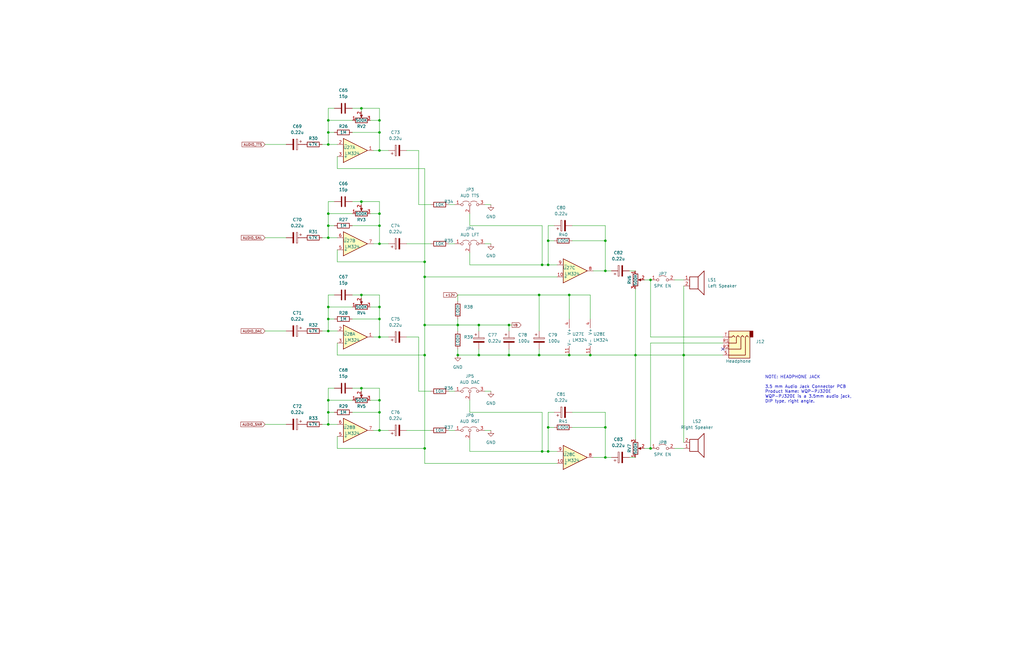
<source format=kicad_sch>
(kicad_sch (version 20211123) (generator eeschema)

  (uuid a085dca1-1c9e-46f1-bff4-cabeca5192f6)

  (paper "B")

  (lib_symbols
    (symbol "Amplifier_Operational:LM324" (pin_names (offset 0.127)) (in_bom yes) (on_board yes)
      (property "Reference" "U" (id 0) (at 0 5.08 0)
        (effects (font (size 1.27 1.27)) (justify left))
      )
      (property "Value" "LM324" (id 1) (at 0 -5.08 0)
        (effects (font (size 1.27 1.27)) (justify left))
      )
      (property "Footprint" "" (id 2) (at -1.27 2.54 0)
        (effects (font (size 1.27 1.27)) hide)
      )
      (property "Datasheet" "http://www.ti.com/lit/ds/symlink/lm2902-n.pdf" (id 3) (at 1.27 5.08 0)
        (effects (font (size 1.27 1.27)) hide)
      )
      (property "ki_locked" "" (id 4) (at 0 0 0)
        (effects (font (size 1.27 1.27)))
      )
      (property "ki_keywords" "quad opamp" (id 5) (at 0 0 0)
        (effects (font (size 1.27 1.27)) hide)
      )
      (property "ki_description" "Low-Power, Quad-Operational Amplifiers, DIP-14/SOIC-14/SSOP-14" (id 6) (at 0 0 0)
        (effects (font (size 1.27 1.27)) hide)
      )
      (property "ki_fp_filters" "SOIC*3.9x8.7mm*P1.27mm* DIP*W7.62mm* TSSOP*4.4x5mm*P0.65mm* SSOP*5.3x6.2mm*P0.65mm* MSOP*3x3mm*P0.5mm*" (id 7) (at 0 0 0)
        (effects (font (size 1.27 1.27)) hide)
      )
      (symbol "LM324_1_1"
        (polyline
          (pts
            (xy -5.08 5.08)
            (xy 5.08 0)
            (xy -5.08 -5.08)
            (xy -5.08 5.08)
          )
          (stroke (width 0.254) (type default) (color 0 0 0 0))
          (fill (type background))
        )
        (pin output line (at 7.62 0 180) (length 2.54)
          (name "~" (effects (font (size 1.27 1.27))))
          (number "1" (effects (font (size 1.27 1.27))))
        )
        (pin input line (at -7.62 -2.54 0) (length 2.54)
          (name "-" (effects (font (size 1.27 1.27))))
          (number "2" (effects (font (size 1.27 1.27))))
        )
        (pin input line (at -7.62 2.54 0) (length 2.54)
          (name "+" (effects (font (size 1.27 1.27))))
          (number "3" (effects (font (size 1.27 1.27))))
        )
      )
      (symbol "LM324_2_1"
        (polyline
          (pts
            (xy -5.08 5.08)
            (xy 5.08 0)
            (xy -5.08 -5.08)
            (xy -5.08 5.08)
          )
          (stroke (width 0.254) (type default) (color 0 0 0 0))
          (fill (type background))
        )
        (pin input line (at -7.62 2.54 0) (length 2.54)
          (name "+" (effects (font (size 1.27 1.27))))
          (number "5" (effects (font (size 1.27 1.27))))
        )
        (pin input line (at -7.62 -2.54 0) (length 2.54)
          (name "-" (effects (font (size 1.27 1.27))))
          (number "6" (effects (font (size 1.27 1.27))))
        )
        (pin output line (at 7.62 0 180) (length 2.54)
          (name "~" (effects (font (size 1.27 1.27))))
          (number "7" (effects (font (size 1.27 1.27))))
        )
      )
      (symbol "LM324_3_1"
        (polyline
          (pts
            (xy -5.08 5.08)
            (xy 5.08 0)
            (xy -5.08 -5.08)
            (xy -5.08 5.08)
          )
          (stroke (width 0.254) (type default) (color 0 0 0 0))
          (fill (type background))
        )
        (pin input line (at -7.62 2.54 0) (length 2.54)
          (name "+" (effects (font (size 1.27 1.27))))
          (number "10" (effects (font (size 1.27 1.27))))
        )
        (pin output line (at 7.62 0 180) (length 2.54)
          (name "~" (effects (font (size 1.27 1.27))))
          (number "8" (effects (font (size 1.27 1.27))))
        )
        (pin input line (at -7.62 -2.54 0) (length 2.54)
          (name "-" (effects (font (size 1.27 1.27))))
          (number "9" (effects (font (size 1.27 1.27))))
        )
      )
      (symbol "LM324_4_1"
        (polyline
          (pts
            (xy -5.08 5.08)
            (xy 5.08 0)
            (xy -5.08 -5.08)
            (xy -5.08 5.08)
          )
          (stroke (width 0.254) (type default) (color 0 0 0 0))
          (fill (type background))
        )
        (pin input line (at -7.62 2.54 0) (length 2.54)
          (name "+" (effects (font (size 1.27 1.27))))
          (number "12" (effects (font (size 1.27 1.27))))
        )
        (pin input line (at -7.62 -2.54 0) (length 2.54)
          (name "-" (effects (font (size 1.27 1.27))))
          (number "13" (effects (font (size 1.27 1.27))))
        )
        (pin output line (at 7.62 0 180) (length 2.54)
          (name "~" (effects (font (size 1.27 1.27))))
          (number "14" (effects (font (size 1.27 1.27))))
        )
      )
      (symbol "LM324_5_1"
        (pin power_in line (at -2.54 -7.62 90) (length 3.81)
          (name "V-" (effects (font (size 1.27 1.27))))
          (number "11" (effects (font (size 1.27 1.27))))
        )
        (pin power_in line (at -2.54 7.62 270) (length 3.81)
          (name "V+" (effects (font (size 1.27 1.27))))
          (number "4" (effects (font (size 1.27 1.27))))
        )
      )
    )
    (symbol "Connector:AudioJack4" (in_bom yes) (on_board yes)
      (property "Reference" "J" (id 0) (at 0 8.89 0)
        (effects (font (size 1.27 1.27)))
      )
      (property "Value" "AudioJack4" (id 1) (at 0 6.35 0)
        (effects (font (size 1.27 1.27)))
      )
      (property "Footprint" "" (id 2) (at 0 0 0)
        (effects (font (size 1.27 1.27)) hide)
      )
      (property "Datasheet" "~" (id 3) (at 0 0 0)
        (effects (font (size 1.27 1.27)) hide)
      )
      (property "ki_keywords" "audio jack receptacle stereo headphones TRRS connector" (id 4) (at 0 0 0)
        (effects (font (size 1.27 1.27)) hide)
      )
      (property "ki_description" "Audio Jack, 4 Poles (TRRS)" (id 5) (at 0 0 0)
        (effects (font (size 1.27 1.27)) hide)
      )
      (property "ki_fp_filters" "Jack*" (id 6) (at 0 0 0)
        (effects (font (size 1.27 1.27)) hide)
      )
      (symbol "AudioJack4_0_1"
        (rectangle (start -6.35 -5.08) (end -7.62 -7.62)
          (stroke (width 0.254) (type default) (color 0 0 0 0))
          (fill (type outline))
        )
        (polyline
          (pts
            (xy 0 -5.08)
            (xy 0.635 -5.715)
            (xy 1.27 -5.08)
            (xy 2.54 -5.08)
          )
          (stroke (width 0.254) (type default) (color 0 0 0 0))
          (fill (type none))
        )
        (polyline
          (pts
            (xy -5.715 -5.08)
            (xy -5.08 -5.715)
            (xy -4.445 -5.08)
            (xy -4.445 2.54)
            (xy 2.54 2.54)
          )
          (stroke (width 0.254) (type default) (color 0 0 0 0))
          (fill (type none))
        )
        (polyline
          (pts
            (xy -1.905 -5.08)
            (xy -1.27 -5.715)
            (xy -0.635 -5.08)
            (xy -0.635 -2.54)
            (xy 2.54 -2.54)
          )
          (stroke (width 0.254) (type default) (color 0 0 0 0))
          (fill (type none))
        )
        (polyline
          (pts
            (xy 2.54 0)
            (xy -2.54 0)
            (xy -2.54 -5.08)
            (xy -3.175 -5.715)
            (xy -3.81 -5.08)
          )
          (stroke (width 0.254) (type default) (color 0 0 0 0))
          (fill (type none))
        )
        (rectangle (start 2.54 3.81) (end -6.35 -7.62)
          (stroke (width 0.254) (type default) (color 0 0 0 0))
          (fill (type background))
        )
      )
      (symbol "AudioJack4_1_1"
        (pin passive line (at 5.08 -2.54 180) (length 2.54)
          (name "~" (effects (font (size 1.27 1.27))))
          (number "R1" (effects (font (size 1.27 1.27))))
        )
        (pin passive line (at 5.08 0 180) (length 2.54)
          (name "~" (effects (font (size 1.27 1.27))))
          (number "R2" (effects (font (size 1.27 1.27))))
        )
        (pin passive line (at 5.08 2.54 180) (length 2.54)
          (name "~" (effects (font (size 1.27 1.27))))
          (number "S" (effects (font (size 1.27 1.27))))
        )
        (pin passive line (at 5.08 -5.08 180) (length 2.54)
          (name "~" (effects (font (size 1.27 1.27))))
          (number "T" (effects (font (size 1.27 1.27))))
        )
      )
    )
    (symbol "Device:C" (pin_numbers hide) (pin_names (offset 0.254)) (in_bom yes) (on_board yes)
      (property "Reference" "C" (id 0) (at 0.635 2.54 0)
        (effects (font (size 1.27 1.27)) (justify left))
      )
      (property "Value" "C" (id 1) (at 0.635 -2.54 0)
        (effects (font (size 1.27 1.27)) (justify left))
      )
      (property "Footprint" "" (id 2) (at 0.9652 -3.81 0)
        (effects (font (size 1.27 1.27)) hide)
      )
      (property "Datasheet" "~" (id 3) (at 0 0 0)
        (effects (font (size 1.27 1.27)) hide)
      )
      (property "ki_keywords" "cap capacitor" (id 4) (at 0 0 0)
        (effects (font (size 1.27 1.27)) hide)
      )
      (property "ki_description" "Unpolarized capacitor" (id 5) (at 0 0 0)
        (effects (font (size 1.27 1.27)) hide)
      )
      (property "ki_fp_filters" "C_*" (id 6) (at 0 0 0)
        (effects (font (size 1.27 1.27)) hide)
      )
      (symbol "C_0_1"
        (polyline
          (pts
            (xy -2.032 -0.762)
            (xy 2.032 -0.762)
          )
          (stroke (width 0.508) (type default) (color 0 0 0 0))
          (fill (type none))
        )
        (polyline
          (pts
            (xy -2.032 0.762)
            (xy 2.032 0.762)
          )
          (stroke (width 0.508) (type default) (color 0 0 0 0))
          (fill (type none))
        )
      )
      (symbol "C_1_1"
        (pin passive line (at 0 3.81 270) (length 2.794)
          (name "~" (effects (font (size 1.27 1.27))))
          (number "1" (effects (font (size 1.27 1.27))))
        )
        (pin passive line (at 0 -3.81 90) (length 2.794)
          (name "~" (effects (font (size 1.27 1.27))))
          (number "2" (effects (font (size 1.27 1.27))))
        )
      )
    )
    (symbol "Device:C_Polarized" (pin_numbers hide) (pin_names (offset 0.254)) (in_bom yes) (on_board yes)
      (property "Reference" "C" (id 0) (at 0.635 2.54 0)
        (effects (font (size 1.27 1.27)) (justify left))
      )
      (property "Value" "C_Polarized" (id 1) (at 0.635 -2.54 0)
        (effects (font (size 1.27 1.27)) (justify left))
      )
      (property "Footprint" "" (id 2) (at 0.9652 -3.81 0)
        (effects (font (size 1.27 1.27)) hide)
      )
      (property "Datasheet" "~" (id 3) (at 0 0 0)
        (effects (font (size 1.27 1.27)) hide)
      )
      (property "ki_keywords" "cap capacitor" (id 4) (at 0 0 0)
        (effects (font (size 1.27 1.27)) hide)
      )
      (property "ki_description" "Polarized capacitor" (id 5) (at 0 0 0)
        (effects (font (size 1.27 1.27)) hide)
      )
      (property "ki_fp_filters" "CP_*" (id 6) (at 0 0 0)
        (effects (font (size 1.27 1.27)) hide)
      )
      (symbol "C_Polarized_0_1"
        (rectangle (start -2.286 0.508) (end 2.286 1.016)
          (stroke (width 0) (type default) (color 0 0 0 0))
          (fill (type none))
        )
        (polyline
          (pts
            (xy -1.778 2.286)
            (xy -0.762 2.286)
          )
          (stroke (width 0) (type default) (color 0 0 0 0))
          (fill (type none))
        )
        (polyline
          (pts
            (xy -1.27 2.794)
            (xy -1.27 1.778)
          )
          (stroke (width 0) (type default) (color 0 0 0 0))
          (fill (type none))
        )
        (rectangle (start 2.286 -0.508) (end -2.286 -1.016)
          (stroke (width 0) (type default) (color 0 0 0 0))
          (fill (type outline))
        )
      )
      (symbol "C_Polarized_1_1"
        (pin passive line (at 0 3.81 270) (length 2.794)
          (name "~" (effects (font (size 1.27 1.27))))
          (number "1" (effects (font (size 1.27 1.27))))
        )
        (pin passive line (at 0 -3.81 90) (length 2.794)
          (name "~" (effects (font (size 1.27 1.27))))
          (number "2" (effects (font (size 1.27 1.27))))
        )
      )
    )
    (symbol "Device:R" (pin_numbers hide) (pin_names (offset 0)) (in_bom yes) (on_board yes)
      (property "Reference" "R" (id 0) (at 2.032 0 90)
        (effects (font (size 1.27 1.27)))
      )
      (property "Value" "R" (id 1) (at 0 0 90)
        (effects (font (size 1.27 1.27)))
      )
      (property "Footprint" "" (id 2) (at -1.778 0 90)
        (effects (font (size 1.27 1.27)) hide)
      )
      (property "Datasheet" "~" (id 3) (at 0 0 0)
        (effects (font (size 1.27 1.27)) hide)
      )
      (property "ki_keywords" "R res resistor" (id 4) (at 0 0 0)
        (effects (font (size 1.27 1.27)) hide)
      )
      (property "ki_description" "Resistor" (id 5) (at 0 0 0)
        (effects (font (size 1.27 1.27)) hide)
      )
      (property "ki_fp_filters" "R_*" (id 6) (at 0 0 0)
        (effects (font (size 1.27 1.27)) hide)
      )
      (symbol "R_0_1"
        (rectangle (start -1.016 -2.54) (end 1.016 2.54)
          (stroke (width 0.254) (type default) (color 0 0 0 0))
          (fill (type none))
        )
      )
      (symbol "R_1_1"
        (pin passive line (at 0 3.81 270) (length 1.27)
          (name "~" (effects (font (size 1.27 1.27))))
          (number "1" (effects (font (size 1.27 1.27))))
        )
        (pin passive line (at 0 -3.81 90) (length 1.27)
          (name "~" (effects (font (size 1.27 1.27))))
          (number "2" (effects (font (size 1.27 1.27))))
        )
      )
    )
    (symbol "Device:R_Potentiometer" (pin_names (offset 1.016) hide) (in_bom yes) (on_board yes)
      (property "Reference" "RV" (id 0) (at -4.445 0 90)
        (effects (font (size 1.27 1.27)))
      )
      (property "Value" "R_Potentiometer" (id 1) (at -2.54 0 90)
        (effects (font (size 1.27 1.27)))
      )
      (property "Footprint" "" (id 2) (at 0 0 0)
        (effects (font (size 1.27 1.27)) hide)
      )
      (property "Datasheet" "~" (id 3) (at 0 0 0)
        (effects (font (size 1.27 1.27)) hide)
      )
      (property "ki_keywords" "resistor variable" (id 4) (at 0 0 0)
        (effects (font (size 1.27 1.27)) hide)
      )
      (property "ki_description" "Potentiometer" (id 5) (at 0 0 0)
        (effects (font (size 1.27 1.27)) hide)
      )
      (property "ki_fp_filters" "Potentiometer*" (id 6) (at 0 0 0)
        (effects (font (size 1.27 1.27)) hide)
      )
      (symbol "R_Potentiometer_0_1"
        (polyline
          (pts
            (xy 2.54 0)
            (xy 1.524 0)
          )
          (stroke (width 0) (type default) (color 0 0 0 0))
          (fill (type none))
        )
        (polyline
          (pts
            (xy 1.143 0)
            (xy 2.286 0.508)
            (xy 2.286 -0.508)
            (xy 1.143 0)
          )
          (stroke (width 0) (type default) (color 0 0 0 0))
          (fill (type outline))
        )
        (rectangle (start 1.016 2.54) (end -1.016 -2.54)
          (stroke (width 0.254) (type default) (color 0 0 0 0))
          (fill (type none))
        )
      )
      (symbol "R_Potentiometer_1_1"
        (pin passive line (at 0 3.81 270) (length 1.27)
          (name "1" (effects (font (size 1.27 1.27))))
          (number "1" (effects (font (size 1.27 1.27))))
        )
        (pin passive line (at 3.81 0 180) (length 1.27)
          (name "2" (effects (font (size 1.27 1.27))))
          (number "2" (effects (font (size 1.27 1.27))))
        )
        (pin passive line (at 0 -3.81 90) (length 1.27)
          (name "3" (effects (font (size 1.27 1.27))))
          (number "3" (effects (font (size 1.27 1.27))))
        )
      )
    )
    (symbol "Device:Speaker" (pin_names (offset 0) hide) (in_bom yes) (on_board yes)
      (property "Reference" "LS" (id 0) (at 1.27 5.715 0)
        (effects (font (size 1.27 1.27)) (justify right))
      )
      (property "Value" "Speaker" (id 1) (at 1.27 3.81 0)
        (effects (font (size 1.27 1.27)) (justify right))
      )
      (property "Footprint" "" (id 2) (at 0 -5.08 0)
        (effects (font (size 1.27 1.27)) hide)
      )
      (property "Datasheet" "~" (id 3) (at -0.254 -1.27 0)
        (effects (font (size 1.27 1.27)) hide)
      )
      (property "ki_keywords" "speaker sound" (id 4) (at 0 0 0)
        (effects (font (size 1.27 1.27)) hide)
      )
      (property "ki_description" "Speaker" (id 5) (at 0 0 0)
        (effects (font (size 1.27 1.27)) hide)
      )
      (symbol "Speaker_0_0"
        (rectangle (start -2.54 1.27) (end 1.016 -3.81)
          (stroke (width 0.254) (type default) (color 0 0 0 0))
          (fill (type none))
        )
        (polyline
          (pts
            (xy 1.016 1.27)
            (xy 3.556 3.81)
            (xy 3.556 -6.35)
            (xy 1.016 -3.81)
          )
          (stroke (width 0.254) (type default) (color 0 0 0 0))
          (fill (type none))
        )
      )
      (symbol "Speaker_1_1"
        (pin input line (at -5.08 0 0) (length 2.54)
          (name "1" (effects (font (size 1.27 1.27))))
          (number "1" (effects (font (size 1.27 1.27))))
        )
        (pin input line (at -5.08 -2.54 0) (length 2.54)
          (name "2" (effects (font (size 1.27 1.27))))
          (number "2" (effects (font (size 1.27 1.27))))
        )
      )
    )
    (symbol "Jumper:Jumper_2_Open" (pin_names (offset 0) hide) (in_bom yes) (on_board yes)
      (property "Reference" "JP" (id 0) (at 0 2.794 0)
        (effects (font (size 1.27 1.27)))
      )
      (property "Value" "Jumper_2_Open" (id 1) (at 0 -2.286 0)
        (effects (font (size 1.27 1.27)))
      )
      (property "Footprint" "" (id 2) (at 0 0 0)
        (effects (font (size 1.27 1.27)) hide)
      )
      (property "Datasheet" "~" (id 3) (at 0 0 0)
        (effects (font (size 1.27 1.27)) hide)
      )
      (property "ki_keywords" "Jumper SPST" (id 4) (at 0 0 0)
        (effects (font (size 1.27 1.27)) hide)
      )
      (property "ki_description" "Jumper, 2-pole, open" (id 5) (at 0 0 0)
        (effects (font (size 1.27 1.27)) hide)
      )
      (property "ki_fp_filters" "Jumper* TestPoint*2Pads* TestPoint*Bridge*" (id 6) (at 0 0 0)
        (effects (font (size 1.27 1.27)) hide)
      )
      (symbol "Jumper_2_Open_0_0"
        (circle (center -2.032 0) (radius 0.508)
          (stroke (width 0) (type default) (color 0 0 0 0))
          (fill (type none))
        )
        (circle (center 2.032 0) (radius 0.508)
          (stroke (width 0) (type default) (color 0 0 0 0))
          (fill (type none))
        )
      )
      (symbol "Jumper_2_Open_0_1"
        (arc (start 1.524 1.27) (mid 0 1.778) (end -1.524 1.27)
          (stroke (width 0) (type default) (color 0 0 0 0))
          (fill (type none))
        )
      )
      (symbol "Jumper_2_Open_1_1"
        (pin passive line (at -5.08 0 0) (length 2.54)
          (name "A" (effects (font (size 1.27 1.27))))
          (number "1" (effects (font (size 1.27 1.27))))
        )
        (pin passive line (at 5.08 0 180) (length 2.54)
          (name "B" (effects (font (size 1.27 1.27))))
          (number "2" (effects (font (size 1.27 1.27))))
        )
      )
    )
    (symbol "Jumper:Jumper_3_Open" (pin_names (offset 0) hide) (in_bom yes) (on_board yes)
      (property "Reference" "JP" (id 0) (at -2.54 -2.54 0)
        (effects (font (size 1.27 1.27)))
      )
      (property "Value" "Jumper_3_Open" (id 1) (at 0 2.794 0)
        (effects (font (size 1.27 1.27)))
      )
      (property "Footprint" "" (id 2) (at 0 0 0)
        (effects (font (size 1.27 1.27)) hide)
      )
      (property "Datasheet" "~" (id 3) (at 0 0 0)
        (effects (font (size 1.27 1.27)) hide)
      )
      (property "ki_keywords" "Jumper SPDT" (id 4) (at 0 0 0)
        (effects (font (size 1.27 1.27)) hide)
      )
      (property "ki_description" "Jumper, 3-pole, both open" (id 5) (at 0 0 0)
        (effects (font (size 1.27 1.27)) hide)
      )
      (property "ki_fp_filters" "Jumper* TestPoint*3Pads* TestPoint*Bridge*" (id 6) (at 0 0 0)
        (effects (font (size 1.27 1.27)) hide)
      )
      (symbol "Jumper_3_Open_0_0"
        (circle (center -3.302 0) (radius 0.508)
          (stroke (width 0) (type default) (color 0 0 0 0))
          (fill (type none))
        )
        (circle (center 0 0) (radius 0.508)
          (stroke (width 0) (type default) (color 0 0 0 0))
          (fill (type none))
        )
        (circle (center 3.302 0) (radius 0.508)
          (stroke (width 0) (type default) (color 0 0 0 0))
          (fill (type none))
        )
      )
      (symbol "Jumper_3_Open_0_1"
        (arc (start -0.254 1.016) (mid -1.651 1.4992) (end -3.048 1.016)
          (stroke (width 0) (type default) (color 0 0 0 0))
          (fill (type none))
        )
        (polyline
          (pts
            (xy 0 -0.508)
            (xy 0 -1.27)
          )
          (stroke (width 0) (type default) (color 0 0 0 0))
          (fill (type none))
        )
        (arc (start 3.048 1.016) (mid 1.651 1.4992) (end 0.254 1.016)
          (stroke (width 0) (type default) (color 0 0 0 0))
          (fill (type none))
        )
      )
      (symbol "Jumper_3_Open_1_1"
        (pin passive line (at -6.35 0 0) (length 2.54)
          (name "A" (effects (font (size 1.27 1.27))))
          (number "1" (effects (font (size 1.27 1.27))))
        )
        (pin passive line (at 0 -3.81 90) (length 2.54)
          (name "C" (effects (font (size 1.27 1.27))))
          (number "2" (effects (font (size 1.27 1.27))))
        )
        (pin passive line (at 6.35 0 180) (length 2.54)
          (name "B" (effects (font (size 1.27 1.27))))
          (number "3" (effects (font (size 1.27 1.27))))
        )
      )
    )
    (symbol "power:GND" (power) (pin_names (offset 0)) (in_bom yes) (on_board yes)
      (property "Reference" "#PWR" (id 0) (at 0 -6.35 0)
        (effects (font (size 1.27 1.27)) hide)
      )
      (property "Value" "GND" (id 1) (at 0 -3.81 0)
        (effects (font (size 1.27 1.27)))
      )
      (property "Footprint" "" (id 2) (at 0 0 0)
        (effects (font (size 1.27 1.27)) hide)
      )
      (property "Datasheet" "" (id 3) (at 0 0 0)
        (effects (font (size 1.27 1.27)) hide)
      )
      (property "ki_keywords" "global power" (id 4) (at 0 0 0)
        (effects (font (size 1.27 1.27)) hide)
      )
      (property "ki_description" "Power symbol creates a global label with name \"GND\" , ground" (id 5) (at 0 0 0)
        (effects (font (size 1.27 1.27)) hide)
      )
      (symbol "GND_0_1"
        (polyline
          (pts
            (xy 0 0)
            (xy 0 -1.27)
            (xy 1.27 -1.27)
            (xy 0 -2.54)
            (xy -1.27 -1.27)
            (xy 0 -1.27)
          )
          (stroke (width 0) (type default) (color 0 0 0 0))
          (fill (type none))
        )
      )
      (symbol "GND_1_1"
        (pin power_in line (at 0 0 270) (length 0) hide
          (name "GND" (effects (font (size 1.27 1.27))))
          (number "1" (effects (font (size 1.27 1.27))))
        )
      )
    )
  )

  (junction (at 201.93 149.86) (diameter 0) (color 0 0 0 0)
    (uuid 10cdd7e3-a267-4f5c-9de8-0a1a4eebd557)
  )
  (junction (at 288.29 149.86) (diameter 0) (color 0 0 0 0)
    (uuid 115d4528-757b-4b0f-b1ba-3d76f0c3e50f)
  )
  (junction (at 138.43 95.25) (diameter 0) (color 0 0 0 0)
    (uuid 18269a70-b735-4d63-93a3-49d4ec8af47b)
  )
  (junction (at 160.02 142.24) (diameter 0) (color 0 0 0 0)
    (uuid 18c32ac8-564f-4c4d-bad6-6709cd07862b)
  )
  (junction (at 248.92 149.86) (diameter 0) (color 0 0 0 0)
    (uuid 1ef82f12-e159-4430-9a70-f9fe1c32474d)
  )
  (junction (at 160.02 134.62) (diameter 0) (color 0 0 0 0)
    (uuid 2201556c-ccfa-4bb4-baa8-1089bbb9cfb5)
  )
  (junction (at 160.02 173.99) (diameter 0) (color 0 0 0 0)
    (uuid 2353283b-1290-4303-9116-c95ec6c5bcf9)
  )
  (junction (at 152.4 85.09) (diameter 0) (color 0 0 0 0)
    (uuid 336a5c1c-b24e-44c6-8c94-e28fa8461eb2)
  )
  (junction (at 255.27 114.3) (diameter 0) (color 0 0 0 0)
    (uuid 342b9e91-6f89-4cf9-b4c3-9ab876e6fef6)
  )
  (junction (at 138.43 179.07) (diameter 0) (color 0 0 0 0)
    (uuid 3c698bf4-fca1-4029-aaee-9e7bd84b9cb8)
  )
  (junction (at 160.02 95.25) (diameter 0) (color 0 0 0 0)
    (uuid 3d9f5941-814c-48b2-be69-021f4d5f746b)
  )
  (junction (at 179.07 149.86) (diameter 0) (color 0 0 0 0)
    (uuid 424503d2-fadf-4af3-a252-2cbf523e4b9b)
  )
  (junction (at 138.43 100.33) (diameter 0) (color 0 0 0 0)
    (uuid 47445ceb-d43f-406b-8f51-3622b7ea6c3b)
  )
  (junction (at 160.02 50.8) (diameter 0) (color 0 0 0 0)
    (uuid 4da0aa5c-fb04-43cc-b068-c641e594bcfb)
  )
  (junction (at 160.02 90.17) (diameter 0) (color 0 0 0 0)
    (uuid 524398ee-bee5-485d-9f9f-61b6db06db5b)
  )
  (junction (at 160.02 129.54) (diameter 0) (color 0 0 0 0)
    (uuid 532623b4-15b5-4edf-84e0-f30364212326)
  )
  (junction (at 240.03 149.86) (diameter 0) (color 0 0 0 0)
    (uuid 58d70df8-4540-43fb-b32b-43c3ad88e1c7)
  )
  (junction (at 231.14 111.76) (diameter 0) (color 0 0 0 0)
    (uuid 5f5ef516-4b09-4f7b-a6c5-86f344b306d7)
  )
  (junction (at 138.43 173.99) (diameter 0) (color 0 0 0 0)
    (uuid 62820a2b-d974-4643-a980-f4dafa519ea5)
  )
  (junction (at 274.32 189.23) (diameter 0) (color 0 0 0 0)
    (uuid 62ab02b4-178a-46da-9183-5f54344d1f7e)
  )
  (junction (at 231.14 180.34) (diameter 0) (color 0 0 0 0)
    (uuid 64c53d3c-7207-4126-b541-5bc10a50edc1)
  )
  (junction (at 179.07 137.16) (diameter 0) (color 0 0 0 0)
    (uuid 66e58650-14c1-4f39-b182-bead9017bf6a)
  )
  (junction (at 274.32 118.11) (diameter 0) (color 0 0 0 0)
    (uuid 6738fa27-1036-4865-b679-49da103e9e13)
  )
  (junction (at 160.02 181.61) (diameter 0) (color 0 0 0 0)
    (uuid 6ee0536d-07b9-4c16-8fd2-3f7c2d057fdc)
  )
  (junction (at 152.4 124.46) (diameter 0) (color 0 0 0 0)
    (uuid 701a034d-b471-480f-befc-5719e6f34ac8)
  )
  (junction (at 138.43 139.7) (diameter 0) (color 0 0 0 0)
    (uuid 76ba9cb9-7a0c-412d-9984-137b8c567e60)
  )
  (junction (at 138.43 90.17) (diameter 0) (color 0 0 0 0)
    (uuid 774c9541-ee4a-4a94-b492-721fc80e8718)
  )
  (junction (at 227.33 124.46) (diameter 0) (color 0 0 0 0)
    (uuid 77d97a92-4c65-493b-b7d7-d65cf6485ba8)
  )
  (junction (at 160.02 63.5) (diameter 0) (color 0 0 0 0)
    (uuid 82d3f36b-45b1-4b57-b6c4-c2ac9f7a94c3)
  )
  (junction (at 193.04 137.16) (diameter 0) (color 0 0 0 0)
    (uuid 8b85a2cf-7ca9-49d4-ad88-55e43b4bba07)
  )
  (junction (at 138.43 129.54) (diameter 0) (color 0 0 0 0)
    (uuid 8d300810-6949-4b72-a85e-4912b1894495)
  )
  (junction (at 267.97 149.86) (diameter 0) (color 0 0 0 0)
    (uuid 951d04bc-e9c9-4975-a9a9-b46b27d64698)
  )
  (junction (at 160.02 168.91) (diameter 0) (color 0 0 0 0)
    (uuid 953a945d-ea33-485c-a6e2-0eb562087fac)
  )
  (junction (at 201.93 137.16) (diameter 0) (color 0 0 0 0)
    (uuid 9af524d4-09f5-4a4d-a13f-4a23bb5aa7be)
  )
  (junction (at 240.03 124.46) (diameter 0) (color 0 0 0 0)
    (uuid 9fda2eb5-5a6a-4204-b2ff-9c44a9e3d007)
  )
  (junction (at 138.43 60.96) (diameter 0) (color 0 0 0 0)
    (uuid a5ddd2e1-b5b7-47de-a851-b961592523d7)
  )
  (junction (at 231.14 101.6) (diameter 0) (color 0 0 0 0)
    (uuid ab4a8248-d9db-4d20-9401-d1ef0cc7d235)
  )
  (junction (at 214.63 137.16) (diameter 0) (color 0 0 0 0)
    (uuid ab80739f-bc81-4acb-a37b-5383a1776f04)
  )
  (junction (at 227.33 149.86) (diameter 0) (color 0 0 0 0)
    (uuid ad0df582-7ae4-4554-9429-1c410ded7e10)
  )
  (junction (at 152.4 163.83) (diameter 0) (color 0 0 0 0)
    (uuid b25730f9-8fde-4cae-8b5d-a1ab7c524f40)
  )
  (junction (at 214.63 149.86) (diameter 0) (color 0 0 0 0)
    (uuid bce5e24a-a734-46ad-ad3c-d2ccf0bfc5d6)
  )
  (junction (at 160.02 55.88) (diameter 0) (color 0 0 0 0)
    (uuid be9af712-7ad5-4547-ae54-945df039f31f)
  )
  (junction (at 179.07 189.23) (diameter 0) (color 0 0 0 0)
    (uuid c40f9e46-6505-4b70-babb-e30b5f80763e)
  )
  (junction (at 193.04 149.86) (diameter 0) (color 0 0 0 0)
    (uuid ceccfa9a-9e8f-4482-af55-29b1a05976f2)
  )
  (junction (at 138.43 168.91) (diameter 0) (color 0 0 0 0)
    (uuid d0f24f5e-aadf-47ef-b9c3-38719c011416)
  )
  (junction (at 255.27 180.34) (diameter 0) (color 0 0 0 0)
    (uuid d24c6f41-126e-4ff4-9471-c242204dd966)
  )
  (junction (at 255.27 193.04) (diameter 0) (color 0 0 0 0)
    (uuid d496faee-ad7e-4619-981a-66e213cb2e73)
  )
  (junction (at 138.43 55.88) (diameter 0) (color 0 0 0 0)
    (uuid d5e76ed2-746c-4377-9998-a062649f7b10)
  )
  (junction (at 228.6 190.5) (diameter 0) (color 0 0 0 0)
    (uuid dc20da7e-162d-4b20-9173-f899746fde20)
  )
  (junction (at 152.4 45.72) (diameter 0) (color 0 0 0 0)
    (uuid dc68293d-ee52-4d84-bd6b-9c49f78456f2)
  )
  (junction (at 179.07 110.49) (diameter 0) (color 0 0 0 0)
    (uuid e95c2a24-246e-48b0-82f1-6401310b0d15)
  )
  (junction (at 160.02 102.87) (diameter 0) (color 0 0 0 0)
    (uuid e977643d-c088-4c13-9ddc-46ab9f88a73c)
  )
  (junction (at 138.43 50.8) (diameter 0) (color 0 0 0 0)
    (uuid e9e3c2dc-40b2-4862-897f-3fbdbdf33596)
  )
  (junction (at 179.07 116.84) (diameter 0) (color 0 0 0 0)
    (uuid ee0be732-75a8-4816-9aa8-7464d50bf45c)
  )
  (junction (at 138.43 134.62) (diameter 0) (color 0 0 0 0)
    (uuid ee21b3af-7872-4db4-b415-f08aed550898)
  )
  (junction (at 228.6 111.76) (diameter 0) (color 0 0 0 0)
    (uuid f4c29f16-f68e-4c9d-b5fb-37ecc297e958)
  )
  (junction (at 255.27 101.6) (diameter 0) (color 0 0 0 0)
    (uuid fbb4e1aa-290f-44a9-8346-0c4e273874bf)
  )
  (junction (at 231.14 190.5) (diameter 0) (color 0 0 0 0)
    (uuid fc00d794-7d9b-472f-8fb4-46e5fd1941df)
  )

  (no_connect (at 304.8 147.32) (uuid 03eb4877-23e0-439d-8fd9-6c6ae18cfa83))

  (wire (pts (xy 304.8 144.78) (xy 274.32 144.78))
    (stroke (width 0) (type default) (color 0 0 0 0))
    (uuid 004aaefc-d415-4f69-9464-c3b58869f96d)
  )
  (wire (pts (xy 179.07 116.84) (xy 179.07 137.16))
    (stroke (width 0) (type default) (color 0 0 0 0))
    (uuid 01f69138-c0ab-48d3-8d7d-f67124d71f3b)
  )
  (wire (pts (xy 140.97 55.88) (xy 138.43 55.88))
    (stroke (width 0) (type default) (color 0 0 0 0))
    (uuid 02e9a94d-5279-4c4b-b2e0-983f785eda65)
  )
  (wire (pts (xy 231.14 111.76) (xy 234.95 111.76))
    (stroke (width 0) (type default) (color 0 0 0 0))
    (uuid 0381b598-aafe-41a5-bd5d-bde2d68b398c)
  )
  (wire (pts (xy 288.29 120.65) (xy 288.29 149.86))
    (stroke (width 0) (type default) (color 0 0 0 0))
    (uuid 048c17e0-57e4-4d02-98ff-d58a4c25dd8b)
  )
  (wire (pts (xy 248.92 124.46) (xy 248.92 134.62))
    (stroke (width 0) (type default) (color 0 0 0 0))
    (uuid 04a08a05-8770-481b-a19e-3610d3d4eb97)
  )
  (wire (pts (xy 111.76 60.96) (xy 120.65 60.96))
    (stroke (width 0) (type default) (color 0 0 0 0))
    (uuid 04daed4c-593e-4b89-bd2c-2725acd02fd7)
  )
  (wire (pts (xy 267.97 149.86) (xy 267.97 185.42))
    (stroke (width 0) (type default) (color 0 0 0 0))
    (uuid 077f1cac-0a1e-423f-a837-af4e9cdc39e4)
  )
  (wire (pts (xy 138.43 124.46) (xy 138.43 129.54))
    (stroke (width 0) (type default) (color 0 0 0 0))
    (uuid 08670476-b0fa-4cf0-a86c-aae39a9c22ae)
  )
  (wire (pts (xy 140.97 134.62) (xy 138.43 134.62))
    (stroke (width 0) (type default) (color 0 0 0 0))
    (uuid 0afb1a4c-e0c7-4dc9-8fc2-49a03b6585f7)
  )
  (wire (pts (xy 176.53 86.36) (xy 181.61 86.36))
    (stroke (width 0) (type default) (color 0 0 0 0))
    (uuid 0b1d9136-bee4-40d7-8580-89611e9ae593)
  )
  (wire (pts (xy 240.03 124.46) (xy 240.03 134.62))
    (stroke (width 0) (type default) (color 0 0 0 0))
    (uuid 0b329741-a2fc-477d-8778-b8db7b7234a9)
  )
  (wire (pts (xy 135.89 60.96) (xy 138.43 60.96))
    (stroke (width 0) (type default) (color 0 0 0 0))
    (uuid 0cde62e2-c7d4-4960-8df3-fc86340e70e5)
  )
  (wire (pts (xy 138.43 90.17) (xy 138.43 95.25))
    (stroke (width 0) (type default) (color 0 0 0 0))
    (uuid 0deda4e3-3874-42b2-a921-87fc973d9950)
  )
  (wire (pts (xy 111.76 100.33) (xy 120.65 100.33))
    (stroke (width 0) (type default) (color 0 0 0 0))
    (uuid 0e59e342-079c-4b5c-9da5-9b2b106f4d52)
  )
  (wire (pts (xy 193.04 134.62) (xy 193.04 137.16))
    (stroke (width 0) (type default) (color 0 0 0 0))
    (uuid 0f965d9e-0661-48d6-9474-d89f595adfb0)
  )
  (wire (pts (xy 160.02 102.87) (xy 157.48 102.87))
    (stroke (width 0) (type default) (color 0 0 0 0))
    (uuid 1081eab8-d958-4e9d-af66-f9e57c745488)
  )
  (wire (pts (xy 135.89 139.7) (xy 138.43 139.7))
    (stroke (width 0) (type default) (color 0 0 0 0))
    (uuid 1169daf9-c972-428a-b7ee-4d8a50aaec0c)
  )
  (wire (pts (xy 201.93 137.16) (xy 201.93 139.7))
    (stroke (width 0) (type default) (color 0 0 0 0))
    (uuid 13a4e0a6-f250-46f1-9888-c54fc046a689)
  )
  (wire (pts (xy 288.29 149.86) (xy 304.8 149.86))
    (stroke (width 0) (type default) (color 0 0 0 0))
    (uuid 14fc42ae-e8ff-4e31-85a6-717602bb8ce5)
  )
  (wire (pts (xy 142.24 105.41) (xy 142.24 110.49))
    (stroke (width 0) (type default) (color 0 0 0 0))
    (uuid 154be341-00a9-41cb-aae3-59b1f0cec406)
  )
  (wire (pts (xy 271.78 189.23) (xy 274.32 189.23))
    (stroke (width 0) (type default) (color 0 0 0 0))
    (uuid 16678b93-a82d-49ff-9f19-1da10cb1dea9)
  )
  (wire (pts (xy 240.03 149.86) (xy 248.92 149.86))
    (stroke (width 0) (type default) (color 0 0 0 0))
    (uuid 178b3aa7-a64c-47af-8b93-d3daf032cfa0)
  )
  (wire (pts (xy 142.24 110.49) (xy 179.07 110.49))
    (stroke (width 0) (type default) (color 0 0 0 0))
    (uuid 1a15028c-007d-484e-83aa-7174da137c90)
  )
  (wire (pts (xy 255.27 180.34) (xy 241.3 180.34))
    (stroke (width 0) (type default) (color 0 0 0 0))
    (uuid 1ad0a1d1-e83b-4e4f-bc5f-06e7a8d3e2ac)
  )
  (wire (pts (xy 198.12 173.99) (xy 228.6 173.99))
    (stroke (width 0) (type default) (color 0 0 0 0))
    (uuid 1b5cc9e0-0ded-46fd-bf21-57a53ac8c93f)
  )
  (wire (pts (xy 142.24 66.04) (xy 142.24 71.12))
    (stroke (width 0) (type default) (color 0 0 0 0))
    (uuid 1ccf6fd2-13e2-4669-a1b8-5f68953a29c6)
  )
  (wire (pts (xy 142.24 184.15) (xy 142.24 189.23))
    (stroke (width 0) (type default) (color 0 0 0 0))
    (uuid 1d3f4719-6360-45ca-8973-f128c41e8257)
  )
  (wire (pts (xy 255.27 114.3) (xy 250.19 114.3))
    (stroke (width 0) (type default) (color 0 0 0 0))
    (uuid 1ff34122-590d-4e7e-89db-5805d3d0908b)
  )
  (wire (pts (xy 198.12 111.76) (xy 198.12 106.68))
    (stroke (width 0) (type default) (color 0 0 0 0))
    (uuid 22b91ba1-5759-4670-acb0-554df7c4ec3d)
  )
  (wire (pts (xy 189.23 102.87) (xy 191.77 102.87))
    (stroke (width 0) (type default) (color 0 0 0 0))
    (uuid 24734d39-e407-467e-8095-13ccc7973a8c)
  )
  (wire (pts (xy 160.02 168.91) (xy 160.02 173.99))
    (stroke (width 0) (type default) (color 0 0 0 0))
    (uuid 247f4d24-97e4-4ec6-ba6f-6b1e5b107128)
  )
  (wire (pts (xy 160.02 129.54) (xy 160.02 134.62))
    (stroke (width 0) (type default) (color 0 0 0 0))
    (uuid 25666b2d-fb23-4b77-bef7-57bccd8d1342)
  )
  (wire (pts (xy 227.33 139.7) (xy 227.33 124.46))
    (stroke (width 0) (type default) (color 0 0 0 0))
    (uuid 28794381-3511-490a-bbdc-2ef6eadcf976)
  )
  (wire (pts (xy 160.02 124.46) (xy 160.02 129.54))
    (stroke (width 0) (type default) (color 0 0 0 0))
    (uuid 29d08b22-54f4-4de4-93a9-65ddfa2d5d81)
  )
  (wire (pts (xy 231.14 95.25) (xy 231.14 101.6))
    (stroke (width 0) (type default) (color 0 0 0 0))
    (uuid 2bab0358-5ae0-418f-aa38-ee70db1301d7)
  )
  (wire (pts (xy 198.12 95.25) (xy 228.6 95.25))
    (stroke (width 0) (type default) (color 0 0 0 0))
    (uuid 2c5ff03c-0ea5-4fda-b233-63d1f8046a2f)
  )
  (wire (pts (xy 271.78 118.11) (xy 274.32 118.11))
    (stroke (width 0) (type default) (color 0 0 0 0))
    (uuid 2e206016-9e47-4935-a124-20f47d0a5fb0)
  )
  (wire (pts (xy 171.45 63.5) (xy 176.53 63.5))
    (stroke (width 0) (type default) (color 0 0 0 0))
    (uuid 2f6f8005-e6c4-498e-a3a9-eb2279812616)
  )
  (wire (pts (xy 152.4 163.83) (xy 152.4 165.1))
    (stroke (width 0) (type default) (color 0 0 0 0))
    (uuid 3084d26d-1986-4e26-8ac5-ff505f67b1d4)
  )
  (wire (pts (xy 193.04 124.46) (xy 193.04 127))
    (stroke (width 0) (type default) (color 0 0 0 0))
    (uuid 3361a3e7-8b2a-4d07-bbf5-1590d9b58225)
  )
  (wire (pts (xy 160.02 181.61) (xy 163.83 181.61))
    (stroke (width 0) (type default) (color 0 0 0 0))
    (uuid 34c1fe97-2f72-4e89-88f6-8b93c3979d8b)
  )
  (wire (pts (xy 148.59 129.54) (xy 138.43 129.54))
    (stroke (width 0) (type default) (color 0 0 0 0))
    (uuid 356e0c0b-e0f1-47a0-8513-0ef7c95ab34d)
  )
  (wire (pts (xy 198.12 190.5) (xy 198.12 185.42))
    (stroke (width 0) (type default) (color 0 0 0 0))
    (uuid 3c72a8a1-0ac8-4577-b842-4e3dcc4e0905)
  )
  (wire (pts (xy 111.76 179.07) (xy 120.65 179.07))
    (stroke (width 0) (type default) (color 0 0 0 0))
    (uuid 3d7e3020-c3af-45c5-ba59-bda3eaf8b007)
  )
  (wire (pts (xy 138.43 168.91) (xy 138.43 173.99))
    (stroke (width 0) (type default) (color 0 0 0 0))
    (uuid 3dcfa110-e015-4871-b406-80450d5a5984)
  )
  (wire (pts (xy 189.23 86.36) (xy 191.77 86.36))
    (stroke (width 0) (type default) (color 0 0 0 0))
    (uuid 3f514b83-69e5-4a09-ba07-8aced8afffbb)
  )
  (wire (pts (xy 160.02 90.17) (xy 160.02 95.25))
    (stroke (width 0) (type default) (color 0 0 0 0))
    (uuid 419696af-fc3e-4b79-aba0-5d7bcfb50d75)
  )
  (wire (pts (xy 267.97 121.92) (xy 267.97 149.86))
    (stroke (width 0) (type default) (color 0 0 0 0))
    (uuid 41e88be0-a813-43dc-b1fa-b18ee00b5ec9)
  )
  (wire (pts (xy 255.27 101.6) (xy 255.27 114.3))
    (stroke (width 0) (type default) (color 0 0 0 0))
    (uuid 452c3aed-dc45-431b-9034-971a4c706ec8)
  )
  (wire (pts (xy 152.4 124.46) (xy 160.02 124.46))
    (stroke (width 0) (type default) (color 0 0 0 0))
    (uuid 47006713-67c9-4335-8573-9b79b928871c)
  )
  (wire (pts (xy 160.02 55.88) (xy 160.02 63.5))
    (stroke (width 0) (type default) (color 0 0 0 0))
    (uuid 48c4d9d5-f0d7-408a-87b8-8b52b85d9349)
  )
  (wire (pts (xy 227.33 147.32) (xy 227.33 149.86))
    (stroke (width 0) (type default) (color 0 0 0 0))
    (uuid 49ea110a-86ef-4f16-a602-791e117fbdff)
  )
  (wire (pts (xy 148.59 168.91) (xy 138.43 168.91))
    (stroke (width 0) (type default) (color 0 0 0 0))
    (uuid 4ab12354-3d88-4512-abaa-83198c605564)
  )
  (wire (pts (xy 171.45 102.87) (xy 181.61 102.87))
    (stroke (width 0) (type default) (color 0 0 0 0))
    (uuid 4ef20e3d-f5ee-4d12-b366-782aa1a00347)
  )
  (wire (pts (xy 288.29 186.69) (xy 288.29 149.86))
    (stroke (width 0) (type default) (color 0 0 0 0))
    (uuid 53883b81-719e-4b04-b67c-389453cfffc4)
  )
  (wire (pts (xy 160.02 142.24) (xy 157.48 142.24))
    (stroke (width 0) (type default) (color 0 0 0 0))
    (uuid 549b0e82-62cf-4d41-bd7d-ddac84a36575)
  )
  (wire (pts (xy 189.23 181.61) (xy 191.77 181.61))
    (stroke (width 0) (type default) (color 0 0 0 0))
    (uuid 558c5e21-7716-41cf-8398-fa423231bc53)
  )
  (wire (pts (xy 160.02 50.8) (xy 156.21 50.8))
    (stroke (width 0) (type default) (color 0 0 0 0))
    (uuid 574a1082-f994-4393-b7c6-9e152eb6194b)
  )
  (wire (pts (xy 148.59 45.72) (xy 152.4 45.72))
    (stroke (width 0) (type default) (color 0 0 0 0))
    (uuid 57a7b34f-95e4-45f3-ac8d-d9704fd164c5)
  )
  (wire (pts (xy 160.02 45.72) (xy 160.02 50.8))
    (stroke (width 0) (type default) (color 0 0 0 0))
    (uuid 58589aa0-0ec3-48a5-b8ca-74112064cfe1)
  )
  (wire (pts (xy 255.27 173.99) (xy 255.27 180.34))
    (stroke (width 0) (type default) (color 0 0 0 0))
    (uuid 5a4d4cc5-432f-4af0-9694-036258f874c1)
  )
  (wire (pts (xy 138.43 50.8) (xy 138.43 55.88))
    (stroke (width 0) (type default) (color 0 0 0 0))
    (uuid 5bae227d-8f19-4088-8a73-b99bf5cb76ea)
  )
  (wire (pts (xy 138.43 45.72) (xy 138.43 50.8))
    (stroke (width 0) (type default) (color 0 0 0 0))
    (uuid 5bb6c520-9cc3-4465-b200-c985a299255c)
  )
  (wire (pts (xy 179.07 137.16) (xy 179.07 149.86))
    (stroke (width 0) (type default) (color 0 0 0 0))
    (uuid 5c229ba3-e49a-4612-88aa-530062141055)
  )
  (wire (pts (xy 227.33 149.86) (xy 214.63 149.86))
    (stroke (width 0) (type default) (color 0 0 0 0))
    (uuid 5d7f5e6b-e12b-4b57-b224-628248bc3a11)
  )
  (wire (pts (xy 179.07 137.16) (xy 193.04 137.16))
    (stroke (width 0) (type default) (color 0 0 0 0))
    (uuid 5e560401-8fb7-45bb-88b9-f727583a1cdd)
  )
  (wire (pts (xy 274.32 142.24) (xy 304.8 142.24))
    (stroke (width 0) (type default) (color 0 0 0 0))
    (uuid 6048e06a-07ec-4aca-9602-025823a2ec4c)
  )
  (wire (pts (xy 142.24 144.78) (xy 142.24 149.86))
    (stroke (width 0) (type default) (color 0 0 0 0))
    (uuid 6258abb6-7309-4ead-ba54-5615060113ae)
  )
  (wire (pts (xy 241.3 95.25) (xy 255.27 95.25))
    (stroke (width 0) (type default) (color 0 0 0 0))
    (uuid 6369792d-bb95-485c-8d1a-07b77d15ff87)
  )
  (wire (pts (xy 160.02 63.5) (xy 157.48 63.5))
    (stroke (width 0) (type default) (color 0 0 0 0))
    (uuid 64090aea-9feb-4104-bb39-43c9217f8f73)
  )
  (wire (pts (xy 160.02 168.91) (xy 156.21 168.91))
    (stroke (width 0) (type default) (color 0 0 0 0))
    (uuid 6477f3de-8d66-4fbc-ae7b-a73d33840093)
  )
  (wire (pts (xy 255.27 193.04) (xy 257.81 193.04))
    (stroke (width 0) (type default) (color 0 0 0 0))
    (uuid 6569f9ce-e82b-49b3-acb2-e738083a6099)
  )
  (wire (pts (xy 160.02 173.99) (xy 148.59 173.99))
    (stroke (width 0) (type default) (color 0 0 0 0))
    (uuid 68b0a9a4-f6a8-4408-979c-30083cf9cbdd)
  )
  (wire (pts (xy 160.02 50.8) (xy 160.02 55.88))
    (stroke (width 0) (type default) (color 0 0 0 0))
    (uuid 68bbe324-7fbb-4ab7-9372-b3f7346166bb)
  )
  (wire (pts (xy 255.27 95.25) (xy 255.27 101.6))
    (stroke (width 0) (type default) (color 0 0 0 0))
    (uuid 6982b445-7e76-4abb-be3a-7dacbd03a430)
  )
  (wire (pts (xy 179.07 71.12) (xy 179.07 110.49))
    (stroke (width 0) (type default) (color 0 0 0 0))
    (uuid 6aceb318-9c8f-48cd-8093-851dbd49e17c)
  )
  (wire (pts (xy 152.4 163.83) (xy 160.02 163.83))
    (stroke (width 0) (type default) (color 0 0 0 0))
    (uuid 6bd347e4-88f4-4d81-a8c8-29cfaa8a6252)
  )
  (wire (pts (xy 193.04 147.32) (xy 193.04 149.86))
    (stroke (width 0) (type default) (color 0 0 0 0))
    (uuid 6cd39c14-8d10-4e5e-b1c3-3e3941d0b6e3)
  )
  (wire (pts (xy 255.27 180.34) (xy 255.27 193.04))
    (stroke (width 0) (type default) (color 0 0 0 0))
    (uuid 6db2535b-2118-4686-b1ba-415d2f9cc210)
  )
  (wire (pts (xy 176.53 165.1) (xy 181.61 165.1))
    (stroke (width 0) (type default) (color 0 0 0 0))
    (uuid 6ee11f87-67de-4272-b620-949ff43b3630)
  )
  (wire (pts (xy 160.02 134.62) (xy 148.59 134.62))
    (stroke (width 0) (type default) (color 0 0 0 0))
    (uuid 6f6c87fa-86c8-4c28-b165-e04f56fdb409)
  )
  (wire (pts (xy 140.97 124.46) (xy 138.43 124.46))
    (stroke (width 0) (type default) (color 0 0 0 0))
    (uuid 6f972937-472d-4d6d-9d8a-327ab14ed0dd)
  )
  (wire (pts (xy 248.92 149.86) (xy 267.97 149.86))
    (stroke (width 0) (type default) (color 0 0 0 0))
    (uuid 707cdeef-5f1f-486c-b36e-62c03971c7d3)
  )
  (wire (pts (xy 228.6 190.5) (xy 231.14 190.5))
    (stroke (width 0) (type default) (color 0 0 0 0))
    (uuid 70800b29-70bc-40b6-b0d3-71ec970dcb2e)
  )
  (wire (pts (xy 171.45 181.61) (xy 181.61 181.61))
    (stroke (width 0) (type default) (color 0 0 0 0))
    (uuid 73e0d4a2-c8df-4275-9002-ed3b129f81bc)
  )
  (wire (pts (xy 231.14 190.5) (xy 234.95 190.5))
    (stroke (width 0) (type default) (color 0 0 0 0))
    (uuid 7435a8fc-2320-4366-a10a-99b36f8e632c)
  )
  (wire (pts (xy 265.43 193.04) (xy 267.97 193.04))
    (stroke (width 0) (type default) (color 0 0 0 0))
    (uuid 744cd68c-8094-4abf-bd7f-7f970dfae8a6)
  )
  (wire (pts (xy 193.04 137.16) (xy 201.93 137.16))
    (stroke (width 0) (type default) (color 0 0 0 0))
    (uuid 75c51533-834b-4515-9188-0e10683ba59c)
  )
  (wire (pts (xy 265.43 114.3) (xy 267.97 114.3))
    (stroke (width 0) (type default) (color 0 0 0 0))
    (uuid 75cfa951-8a8a-4616-8643-d616e0b710a3)
  )
  (wire (pts (xy 160.02 134.62) (xy 160.02 142.24))
    (stroke (width 0) (type default) (color 0 0 0 0))
    (uuid 7862a0ed-0d39-4ed6-b48e-5a400bb6eb0c)
  )
  (wire (pts (xy 140.97 85.09) (xy 138.43 85.09))
    (stroke (width 0) (type default) (color 0 0 0 0))
    (uuid 7864ac89-a824-4871-943f-8ee9bd3efa43)
  )
  (wire (pts (xy 152.4 85.09) (xy 160.02 85.09))
    (stroke (width 0) (type default) (color 0 0 0 0))
    (uuid 786a43c1-2c30-4019-b9eb-c3bf6e6f1dd8)
  )
  (wire (pts (xy 138.43 55.88) (xy 138.43 60.96))
    (stroke (width 0) (type default) (color 0 0 0 0))
    (uuid 7a56a37c-bc91-46f8-9f80-dbbbdbaeb2a7)
  )
  (wire (pts (xy 231.14 101.6) (xy 231.14 111.76))
    (stroke (width 0) (type default) (color 0 0 0 0))
    (uuid 7c77a2d8-90d5-415e-8a1c-3dedc990e971)
  )
  (wire (pts (xy 204.47 165.1) (xy 207.01 165.1))
    (stroke (width 0) (type default) (color 0 0 0 0))
    (uuid 7c9071db-52db-42d3-8e9b-d56a0ec09e2f)
  )
  (wire (pts (xy 160.02 95.25) (xy 148.59 95.25))
    (stroke (width 0) (type default) (color 0 0 0 0))
    (uuid 7e5d4e83-a5dd-4a01-90ee-9299017998e8)
  )
  (wire (pts (xy 240.03 124.46) (xy 227.33 124.46))
    (stroke (width 0) (type default) (color 0 0 0 0))
    (uuid 812fc05e-1ffb-4359-8c1e-16f691fd5a48)
  )
  (wire (pts (xy 274.32 118.11) (xy 274.32 142.24))
    (stroke (width 0) (type default) (color 0 0 0 0))
    (uuid 833428f0-f1dc-42a8-8391-c58eb7aeb0c9)
  )
  (wire (pts (xy 228.6 173.99) (xy 228.6 190.5))
    (stroke (width 0) (type default) (color 0 0 0 0))
    (uuid 83c8132b-2933-41d3-920f-4195731d239b)
  )
  (wire (pts (xy 176.53 86.36) (xy 176.53 63.5))
    (stroke (width 0) (type default) (color 0 0 0 0))
    (uuid 83d403c5-3973-4828-a90d-228b02d4d465)
  )
  (wire (pts (xy 148.59 90.17) (xy 138.43 90.17))
    (stroke (width 0) (type default) (color 0 0 0 0))
    (uuid 83d49ebf-ba6c-4b53-b5c8-8059b5b34386)
  )
  (wire (pts (xy 142.24 189.23) (xy 179.07 189.23))
    (stroke (width 0) (type default) (color 0 0 0 0))
    (uuid 888918a1-ad2e-46f7-adb1-617012b7054a)
  )
  (wire (pts (xy 140.97 45.72) (xy 138.43 45.72))
    (stroke (width 0) (type default) (color 0 0 0 0))
    (uuid 8952374e-0b34-4a8a-badd-107b14dd78a8)
  )
  (wire (pts (xy 138.43 179.07) (xy 142.24 179.07))
    (stroke (width 0) (type default) (color 0 0 0 0))
    (uuid 8aae5acd-5197-43c8-aa00-632479beb182)
  )
  (wire (pts (xy 138.43 85.09) (xy 138.43 90.17))
    (stroke (width 0) (type default) (color 0 0 0 0))
    (uuid 8b49f4e0-3538-4ebc-8e17-7eb571016497)
  )
  (wire (pts (xy 160.02 181.61) (xy 157.48 181.61))
    (stroke (width 0) (type default) (color 0 0 0 0))
    (uuid 8bf5b3e2-a62d-4fd7-98ed-e7da61bf895e)
  )
  (wire (pts (xy 138.43 100.33) (xy 142.24 100.33))
    (stroke (width 0) (type default) (color 0 0 0 0))
    (uuid 8d2e6687-fde8-49d4-8477-cb82643cfa2d)
  )
  (wire (pts (xy 148.59 124.46) (xy 152.4 124.46))
    (stroke (width 0) (type default) (color 0 0 0 0))
    (uuid 90543cf9-3a3a-4577-9a6a-8a76336c3f0b)
  )
  (wire (pts (xy 228.6 190.5) (xy 198.12 190.5))
    (stroke (width 0) (type default) (color 0 0 0 0))
    (uuid 91c0c0b0-729c-4c74-9fe7-63544b2a7950)
  )
  (wire (pts (xy 152.4 45.72) (xy 152.4 46.99))
    (stroke (width 0) (type default) (color 0 0 0 0))
    (uuid 933686be-fe37-44e6-94d6-2779d98b3818)
  )
  (wire (pts (xy 267.97 149.86) (xy 288.29 149.86))
    (stroke (width 0) (type default) (color 0 0 0 0))
    (uuid 9519914e-65a2-4888-9923-5b281ba5ac2b)
  )
  (wire (pts (xy 160.02 163.83) (xy 160.02 168.91))
    (stroke (width 0) (type default) (color 0 0 0 0))
    (uuid 97355044-54cb-4a4c-a3ad-702346615ece)
  )
  (wire (pts (xy 135.89 179.07) (xy 138.43 179.07))
    (stroke (width 0) (type default) (color 0 0 0 0))
    (uuid 97d3ddae-bfe1-4830-bb94-dbc4ff8be3c8)
  )
  (wire (pts (xy 142.24 71.12) (xy 179.07 71.12))
    (stroke (width 0) (type default) (color 0 0 0 0))
    (uuid 986b13d2-bc0e-460a-8f22-4e7e8d33f516)
  )
  (wire (pts (xy 201.93 149.86) (xy 214.63 149.86))
    (stroke (width 0) (type default) (color 0 0 0 0))
    (uuid 98835b44-9a5a-45c7-8fad-a67e687e2afb)
  )
  (wire (pts (xy 160.02 173.99) (xy 160.02 181.61))
    (stroke (width 0) (type default) (color 0 0 0 0))
    (uuid 9aa42f61-f887-4001-927b-bb9579aaf9cb)
  )
  (wire (pts (xy 231.14 180.34) (xy 231.14 190.5))
    (stroke (width 0) (type default) (color 0 0 0 0))
    (uuid 9bffe8f7-994b-4a03-bed4-61d3f7f12b9f)
  )
  (wire (pts (xy 189.23 165.1) (xy 191.77 165.1))
    (stroke (width 0) (type default) (color 0 0 0 0))
    (uuid 9fbbf338-68f9-4850-a45e-56ea77c071b6)
  )
  (wire (pts (xy 138.43 129.54) (xy 138.43 134.62))
    (stroke (width 0) (type default) (color 0 0 0 0))
    (uuid a0eccad9-69b5-4c4a-8fab-cc3fc2f0ef95)
  )
  (wire (pts (xy 138.43 163.83) (xy 138.43 168.91))
    (stroke (width 0) (type default) (color 0 0 0 0))
    (uuid a301f0b3-d221-4294-b6f9-d9ab6242a939)
  )
  (wire (pts (xy 240.03 124.46) (xy 248.92 124.46))
    (stroke (width 0) (type default) (color 0 0 0 0))
    (uuid a3ae48f4-abbb-4e4d-8fce-fa2535db7a83)
  )
  (wire (pts (xy 233.68 180.34) (xy 231.14 180.34))
    (stroke (width 0) (type default) (color 0 0 0 0))
    (uuid a43854cf-cfd0-45c5-9ede-0f24d030dc4d)
  )
  (wire (pts (xy 171.45 142.24) (xy 176.53 142.24))
    (stroke (width 0) (type default) (color 0 0 0 0))
    (uuid a5bf89fd-a233-4353-8b7e-d37d7290f26d)
  )
  (wire (pts (xy 160.02 85.09) (xy 160.02 90.17))
    (stroke (width 0) (type default) (color 0 0 0 0))
    (uuid a933da6f-ca34-4d5f-8f6d-983ed9e30933)
  )
  (wire (pts (xy 160.02 95.25) (xy 160.02 102.87))
    (stroke (width 0) (type default) (color 0 0 0 0))
    (uuid a943d199-133f-4539-a3a9-4e118c966661)
  )
  (wire (pts (xy 176.53 165.1) (xy 176.53 142.24))
    (stroke (width 0) (type default) (color 0 0 0 0))
    (uuid aabdcf78-6493-4eab-9c78-9182e42db42c)
  )
  (wire (pts (xy 233.68 101.6) (xy 231.14 101.6))
    (stroke (width 0) (type default) (color 0 0 0 0))
    (uuid abe0f218-4dba-4b5e-b640-e99b9d3d238e)
  )
  (wire (pts (xy 228.6 95.25) (xy 228.6 111.76))
    (stroke (width 0) (type default) (color 0 0 0 0))
    (uuid ac88d2a5-335e-4b0e-98ce-28bfeda0eaa8)
  )
  (wire (pts (xy 274.32 144.78) (xy 274.32 189.23))
    (stroke (width 0) (type default) (color 0 0 0 0))
    (uuid b0e833a9-5da6-4ff0-868e-9d3822f39723)
  )
  (wire (pts (xy 255.27 114.3) (xy 257.81 114.3))
    (stroke (width 0) (type default) (color 0 0 0 0))
    (uuid b210a391-2ca8-4215-837f-645a358059db)
  )
  (wire (pts (xy 138.43 139.7) (xy 142.24 139.7))
    (stroke (width 0) (type default) (color 0 0 0 0))
    (uuid b26efcec-bc74-444d-a464-af2a65dd537c)
  )
  (wire (pts (xy 179.07 149.86) (xy 179.07 189.23))
    (stroke (width 0) (type default) (color 0 0 0 0))
    (uuid b6b5c645-e144-447a-a435-cf3c211bcd1b)
  )
  (wire (pts (xy 241.3 173.99) (xy 255.27 173.99))
    (stroke (width 0) (type default) (color 0 0 0 0))
    (uuid b7edc743-eee9-4838-a16d-9886e79c08ac)
  )
  (wire (pts (xy 255.27 193.04) (xy 250.19 193.04))
    (stroke (width 0) (type default) (color 0 0 0 0))
    (uuid b7ef7c29-1d4e-44d6-abc4-43f7b7d7971a)
  )
  (wire (pts (xy 148.59 50.8) (xy 138.43 50.8))
    (stroke (width 0) (type default) (color 0 0 0 0))
    (uuid b95ed95e-c7b9-418c-80cd-8cec28a47eaf)
  )
  (wire (pts (xy 288.29 118.11) (xy 284.48 118.11))
    (stroke (width 0) (type default) (color 0 0 0 0))
    (uuid bb00dd63-06c6-4c4e-8650-8fd30559ece4)
  )
  (wire (pts (xy 142.24 149.86) (xy 179.07 149.86))
    (stroke (width 0) (type default) (color 0 0 0 0))
    (uuid bc066f86-fbac-4a49-926f-ab4a58a87d71)
  )
  (wire (pts (xy 140.97 95.25) (xy 138.43 95.25))
    (stroke (width 0) (type default) (color 0 0 0 0))
    (uuid c1410436-4db9-44d3-bc8f-031c6fdf57bb)
  )
  (wire (pts (xy 152.4 124.46) (xy 152.4 125.73))
    (stroke (width 0) (type default) (color 0 0 0 0))
    (uuid c29b4c3c-ad8d-4434-98fd-a046f45be0f3)
  )
  (wire (pts (xy 228.6 111.76) (xy 231.14 111.76))
    (stroke (width 0) (type default) (color 0 0 0 0))
    (uuid c3ef66d2-7167-4bb8-aa63-55ffdd55b4bd)
  )
  (wire (pts (xy 204.47 181.61) (xy 207.01 181.61))
    (stroke (width 0) (type default) (color 0 0 0 0))
    (uuid c4a249bf-7a0f-446c-a598-1bc75110faeb)
  )
  (wire (pts (xy 233.68 173.99) (xy 231.14 173.99))
    (stroke (width 0) (type default) (color 0 0 0 0))
    (uuid c617bcc6-3e2a-41a5-b82d-587df6c643d8)
  )
  (wire (pts (xy 214.63 147.32) (xy 214.63 149.86))
    (stroke (width 0) (type default) (color 0 0 0 0))
    (uuid c69ced11-14e2-4948-8384-7bd49c46e2f5)
  )
  (wire (pts (xy 135.89 100.33) (xy 138.43 100.33))
    (stroke (width 0) (type default) (color 0 0 0 0))
    (uuid c77b0ab6-c67e-42b7-bc6c-7a710d9eeb07)
  )
  (wire (pts (xy 160.02 63.5) (xy 163.83 63.5))
    (stroke (width 0) (type default) (color 0 0 0 0))
    (uuid c7ecc5fe-4ad4-4237-9163-71d5da25c490)
  )
  (wire (pts (xy 140.97 173.99) (xy 138.43 173.99))
    (stroke (width 0) (type default) (color 0 0 0 0))
    (uuid c843a8e4-8c46-40d5-b7eb-0a0721e8bdd8)
  )
  (wire (pts (xy 152.4 85.09) (xy 152.4 86.36))
    (stroke (width 0) (type default) (color 0 0 0 0))
    (uuid ca15ee38-14cf-4a96-8b3a-8c1a84d2cd77)
  )
  (wire (pts (xy 160.02 90.17) (xy 156.21 90.17))
    (stroke (width 0) (type default) (color 0 0 0 0))
    (uuid ca3f5103-28c4-48b5-82b7-493405c9e3bc)
  )
  (wire (pts (xy 179.07 116.84) (xy 234.95 116.84))
    (stroke (width 0) (type default) (color 0 0 0 0))
    (uuid caf6f8ae-286e-47ad-a0c4-61fe425d2f1a)
  )
  (wire (pts (xy 138.43 60.96) (xy 142.24 60.96))
    (stroke (width 0) (type default) (color 0 0 0 0))
    (uuid cb4141f2-a8ec-47d4-9c69-0244ff805655)
  )
  (wire (pts (xy 255.27 101.6) (xy 241.3 101.6))
    (stroke (width 0) (type default) (color 0 0 0 0))
    (uuid ceebc7f4-70aa-4ed0-814b-3cc4638b01e5)
  )
  (wire (pts (xy 201.93 147.32) (xy 201.93 149.86))
    (stroke (width 0) (type default) (color 0 0 0 0))
    (uuid cfc7d273-ff0d-4d18-a312-d608084b26ab)
  )
  (wire (pts (xy 231.14 173.99) (xy 231.14 180.34))
    (stroke (width 0) (type default) (color 0 0 0 0))
    (uuid d0db544c-4b20-457a-9584-98ed5acba708)
  )
  (wire (pts (xy 152.4 45.72) (xy 160.02 45.72))
    (stroke (width 0) (type default) (color 0 0 0 0))
    (uuid d28dd1cf-25ea-4fa4-998a-4523fd76e799)
  )
  (wire (pts (xy 140.97 163.83) (xy 138.43 163.83))
    (stroke (width 0) (type default) (color 0 0 0 0))
    (uuid d37a6cc0-3d60-44b5-8e46-d3a13e0cb32d)
  )
  (wire (pts (xy 138.43 95.25) (xy 138.43 100.33))
    (stroke (width 0) (type default) (color 0 0 0 0))
    (uuid d420d794-94df-4ea5-8274-0712eee34b40)
  )
  (wire (pts (xy 227.33 124.46) (xy 193.04 124.46))
    (stroke (width 0) (type default) (color 0 0 0 0))
    (uuid d4456e26-585f-43ba-8b1d-62d7b77e55e2)
  )
  (wire (pts (xy 227.33 149.86) (xy 240.03 149.86))
    (stroke (width 0) (type default) (color 0 0 0 0))
    (uuid d4acbe99-3dfe-4b51-9a9e-9971cc926827)
  )
  (wire (pts (xy 160.02 142.24) (xy 163.83 142.24))
    (stroke (width 0) (type default) (color 0 0 0 0))
    (uuid da6547d2-4279-4668-aad0-5b9b713db4a2)
  )
  (wire (pts (xy 179.07 110.49) (xy 179.07 116.84))
    (stroke (width 0) (type default) (color 0 0 0 0))
    (uuid db1e4749-75cc-4af0-b081-482f02627e2d)
  )
  (wire (pts (xy 179.07 195.58) (xy 234.95 195.58))
    (stroke (width 0) (type default) (color 0 0 0 0))
    (uuid dc767a8e-b372-4185-b1bd-d5e125f0af4e)
  )
  (wire (pts (xy 204.47 86.36) (xy 207.01 86.36))
    (stroke (width 0) (type default) (color 0 0 0 0))
    (uuid de1de5d2-3c71-40b1-817f-d2ca601b0c0b)
  )
  (wire (pts (xy 193.04 149.86) (xy 201.93 149.86))
    (stroke (width 0) (type default) (color 0 0 0 0))
    (uuid df9c16bc-a3f7-4017-8969-db95ca7ee252)
  )
  (wire (pts (xy 148.59 163.83) (xy 152.4 163.83))
    (stroke (width 0) (type default) (color 0 0 0 0))
    (uuid e05460ba-7984-4829-84ff-9b273949751f)
  )
  (wire (pts (xy 214.63 137.16) (xy 215.9 137.16))
    (stroke (width 0) (type default) (color 0 0 0 0))
    (uuid e54bb49f-188f-4f8f-88fa-e4218e859253)
  )
  (wire (pts (xy 288.29 189.23) (xy 284.48 189.23))
    (stroke (width 0) (type default) (color 0 0 0 0))
    (uuid e8468f02-4d3d-46c8-9838-ed1845e23f68)
  )
  (wire (pts (xy 148.59 85.09) (xy 152.4 85.09))
    (stroke (width 0) (type default) (color 0 0 0 0))
    (uuid e8f58b71-3362-4eeb-87db-402ffdb67e5e)
  )
  (wire (pts (xy 228.6 111.76) (xy 198.12 111.76))
    (stroke (width 0) (type default) (color 0 0 0 0))
    (uuid e9ad2633-f972-4bb6-9470-df1b9180d702)
  )
  (wire (pts (xy 111.76 139.7) (xy 120.65 139.7))
    (stroke (width 0) (type default) (color 0 0 0 0))
    (uuid ea1fa22b-2c42-43da-bada-69c2926bda9c)
  )
  (wire (pts (xy 160.02 55.88) (xy 148.59 55.88))
    (stroke (width 0) (type default) (color 0 0 0 0))
    (uuid ec170a9f-b347-4953-b7e6-e5f8f6520944)
  )
  (wire (pts (xy 198.12 90.17) (xy 198.12 95.25))
    (stroke (width 0) (type default) (color 0 0 0 0))
    (uuid ede1a4f1-b5d8-420f-b05f-592b61ed1cad)
  )
  (wire (pts (xy 201.93 137.16) (xy 214.63 137.16))
    (stroke (width 0) (type default) (color 0 0 0 0))
    (uuid ee313b90-266d-4e9c-b35d-2c395a93c21f)
  )
  (wire (pts (xy 160.02 129.54) (xy 156.21 129.54))
    (stroke (width 0) (type default) (color 0 0 0 0))
    (uuid ee3193c9-490d-49fa-b367-7ed75e42cc77)
  )
  (wire (pts (xy 204.47 102.87) (xy 207.01 102.87))
    (stroke (width 0) (type default) (color 0 0 0 0))
    (uuid ef3ddead-757b-45da-a047-8835607305d3)
  )
  (wire (pts (xy 160.02 102.87) (xy 163.83 102.87))
    (stroke (width 0) (type default) (color 0 0 0 0))
    (uuid f2d6b67a-ec6d-4eb3-9bf0-2c77b65270be)
  )
  (wire (pts (xy 138.43 134.62) (xy 138.43 139.7))
    (stroke (width 0) (type default) (color 0 0 0 0))
    (uuid f3f59c55-e67c-46cb-a8f3-788d890f2a17)
  )
  (wire (pts (xy 233.68 95.25) (xy 231.14 95.25))
    (stroke (width 0) (type default) (color 0 0 0 0))
    (uuid f4ec8f3b-17c6-44e3-a0be-fb1e8e84b5d5)
  )
  (wire (pts (xy 193.04 137.16) (xy 193.04 139.7))
    (stroke (width 0) (type default) (color 0 0 0 0))
    (uuid f6f43aa0-5627-4355-bc98-1eb52b691bfa)
  )
  (wire (pts (xy 198.12 168.91) (xy 198.12 173.99))
    (stroke (width 0) (type default) (color 0 0 0 0))
    (uuid f85e5f88-e553-47e6-bf66-9992e3edec48)
  )
  (wire (pts (xy 138.43 173.99) (xy 138.43 179.07))
    (stroke (width 0) (type default) (color 0 0 0 0))
    (uuid f88c90e8-6fb7-46ec-8c4b-c79d4297b77b)
  )
  (wire (pts (xy 179.07 189.23) (xy 179.07 195.58))
    (stroke (width 0) (type default) (color 0 0 0 0))
    (uuid fc6d101d-2197-4878-a558-c65655844f3f)
  )
  (wire (pts (xy 214.63 137.16) (xy 214.63 139.7))
    (stroke (width 0) (type default) (color 0 0 0 0))
    (uuid fe04c4da-fc0a-4b0a-8bc8-a3848d54e419)
  )

  (text "NOTE: HEADPHONE JACK\n\n3.5 mm Audio Jack Connector PCB \nProduct Name: WQP-PJ320E\nWQP-PJ320E is a 3.5mm audio jack,\nDIP type, right angle."
    (at 322.58 170.18 0)
    (effects (font (size 1.27 1.27)) (justify left bottom))
    (uuid d1e3d376-3fb9-48f6-9945-7fe21d9447bf)
  )

  (global_label "VB" (shape output) (at 215.9 137.16 0) (fields_autoplaced)
    (effects (font (size 1.016 1.016)) (justify left))
    (uuid 4d6ec54b-873b-4420-b800-a67599f8725c)
    (property "Intersheet References" "${INTERSHEET_REFS}" (id 0) (at 219.6462 137.0965 0)
      (effects (font (size 1.016 1.016)) (justify left) hide)
    )
  )
  (global_label "AUDIO_SNR" (shape input) (at 111.76 179.07 180) (fields_autoplaced)
    (effects (font (size 1.016 1.016)) (justify right))
    (uuid 7efa7a2d-f7d8-4f5f-9a82-54677a8229bd)
    (property "Intersheet References" "${INTERSHEET_REFS}" (id 0) (at 101.5792 179.0065 0)
      (effects (font (size 1.016 1.016)) (justify right) hide)
    )
  )
  (global_label "AUDIO_TTS" (shape input) (at 111.76 60.96 180) (fields_autoplaced)
    (effects (font (size 1.016 1.016)) (justify right))
    (uuid 876e620b-10e2-4578-af42-479960c710fa)
    (property "Intersheet References" "${INTERSHEET_REFS}" (id 0) (at 102.1114 60.8965 0)
      (effects (font (size 1.016 1.016)) (justify right) hide)
    )
  )
  (global_label "AUDIO_DAC" (shape input) (at 111.76 139.7 180) (fields_autoplaced)
    (effects (font (size 1.016 1.016)) (justify right))
    (uuid a9af6766-b496-4bf5-9a75-75e3c4a116bb)
    (property "Intersheet References" "${INTERSHEET_REFS}" (id 0) (at 101.7243 139.6365 0)
      (effects (font (size 1.016 1.016)) (justify right) hide)
    )
  )
  (global_label "AUDIO_SNL" (shape input) (at 111.76 100.33 180) (fields_autoplaced)
    (effects (font (size 1.016 1.016)) (justify right))
    (uuid ded4c3f5-ea2e-412c-b6c4-483f64d7e57c)
    (property "Intersheet References" "${INTERSHEET_REFS}" (id 0) (at 101.7727 100.2665 0)
      (effects (font (size 1.016 1.016)) (justify right) hide)
    )
  )
  (global_label "+12V" (shape input) (at 193.04 124.46 180) (fields_autoplaced)
    (effects (font (size 1.016 1.016)) (justify right))
    (uuid f9fe365d-ffc8-43aa-8783-f1c3dc652d76)
    (property "Intersheet References" "${INTERSHEET_REFS}" (id 0) (at 187.1167 124.3965 0)
      (effects (font (size 1.016 1.016)) (justify right) hide)
    )
  )

  (symbol (lib_id "Device:R") (at 144.78 55.88 90) (unit 1)
    (in_bom yes) (on_board yes)
    (uuid 03b5dfe6-f272-4f90-96cc-87d6986c571b)
    (property "Reference" "R26" (id 0) (at 144.78 53.34 90))
    (property "Value" "1M" (id 1) (at 144.78 55.88 90))
    (property "Footprint" "Resistor_THT:R_Axial_DIN0207_L6.3mm_D2.5mm_P10.16mm_Horizontal" (id 2) (at 144.78 57.658 90)
      (effects (font (size 1.27 1.27)) hide)
    )
    (property "Datasheet" "~" (id 3) (at 144.78 55.88 0)
      (effects (font (size 1.27 1.27)) hide)
    )
    (pin "1" (uuid 31a7ed2d-80e9-4ca8-811f-c4b222e4433b))
    (pin "2" (uuid e86c9608-40a3-479f-9017-d0b7fadee805))
  )

  (symbol (lib_id "Device:C_Polarized") (at 167.64 102.87 90) (unit 1)
    (in_bom yes) (on_board yes) (fields_autoplaced)
    (uuid 0b5a6090-b71f-4f4d-972d-ded7b1dfe4d8)
    (property "Reference" "C74" (id 0) (at 166.751 95.25 90))
    (property "Value" "0.22u" (id 1) (at 166.751 97.79 90))
    (property "Footprint" "Capacitor_THT:C_Disc_D5.0mm_W2.5mm_P5.00mm" (id 2) (at 171.45 101.9048 0)
      (effects (font (size 1.27 1.27)) hide)
    )
    (property "Datasheet" "~" (id 3) (at 167.64 102.87 0)
      (effects (font (size 1.27 1.27)) hide)
    )
    (pin "1" (uuid a716b062-fa0b-4141-9b42-0af64200d5dd))
    (pin "2" (uuid 1f466121-393b-4835-a6d8-119ee9ceb7cf))
  )

  (symbol (lib_id "power:GND") (at 207.01 102.87 0) (unit 1)
    (in_bom yes) (on_board yes) (fields_autoplaced)
    (uuid 0f95c973-032d-4798-8e3e-4b91f12f7108)
    (property "Reference" "#PWR078" (id 0) (at 207.01 109.22 0)
      (effects (font (size 1.27 1.27)) hide)
    )
    (property "Value" "GND" (id 1) (at 207.01 107.95 0))
    (property "Footprint" "" (id 2) (at 207.01 102.87 0)
      (effects (font (size 1.27 1.27)) hide)
    )
    (property "Datasheet" "" (id 3) (at 207.01 102.87 0)
      (effects (font (size 1.27 1.27)) hide)
    )
    (pin "1" (uuid db9dba84-56b6-4841-816b-fda106a10679))
  )

  (symbol (lib_id "power:GND") (at 207.01 86.36 0) (unit 1)
    (in_bom yes) (on_board yes) (fields_autoplaced)
    (uuid 114f45c7-ce6c-4986-957b-549ae9912ae9)
    (property "Reference" "#PWR077" (id 0) (at 207.01 92.71 0)
      (effects (font (size 1.27 1.27)) hide)
    )
    (property "Value" "GND" (id 1) (at 207.01 91.44 0))
    (property "Footprint" "" (id 2) (at 207.01 86.36 0)
      (effects (font (size 1.27 1.27)) hide)
    )
    (property "Datasheet" "" (id 3) (at 207.01 86.36 0)
      (effects (font (size 1.27 1.27)) hide)
    )
    (pin "1" (uuid 52adccd8-9cc0-45c9-b674-94ae193d90fe))
  )

  (symbol (lib_id "Device:Speaker") (at 293.37 118.11 0) (unit 1)
    (in_bom yes) (on_board yes) (fields_autoplaced)
    (uuid 20021bcc-0804-461f-9642-fdfe2f4bbd5f)
    (property "Reference" "LS1" (id 0) (at 298.45 118.1099 0)
      (effects (font (size 1.27 1.27)) (justify left))
    )
    (property "Value" "Left Speaker" (id 1) (at 298.45 120.6499 0)
      (effects (font (size 1.27 1.27)) (justify left))
    )
    (property "Footprint" "Jameco PCB Speaker 30mm 135722:Jameco PCB Speaker 30mm 135722" (id 2) (at 293.37 123.19 0)
      (effects (font (size 1.27 1.27)) hide)
    )
    (property "Datasheet" "~" (id 3) (at 293.116 119.38 0)
      (effects (font (size 1.27 1.27)) hide)
    )
    (pin "1" (uuid c2e55298-4a62-4366-9fad-b96c12f96fc1))
    (pin "2" (uuid 26e2a45d-3288-41a7-aff6-70ebd95b3d98))
  )

  (symbol (lib_id "Device:R") (at 237.49 101.6 90) (unit 1)
    (in_bom yes) (on_board yes)
    (uuid 213bcbcf-dca1-4a7d-af11-a3846e9a3b9e)
    (property "Reference" "R40" (id 0) (at 237.49 99.06 90))
    (property "Value" "100K" (id 1) (at 237.49 101.6 90))
    (property "Footprint" "Resistor_THT:R_Axial_DIN0207_L6.3mm_D2.5mm_P10.16mm_Horizontal" (id 2) (at 237.49 103.378 90)
      (effects (font (size 1.27 1.27)) hide)
    )
    (property "Datasheet" "~" (id 3) (at 237.49 101.6 0)
      (effects (font (size 1.27 1.27)) hide)
    )
    (pin "1" (uuid 4e469319-7799-42a2-bcd9-f90d58a194c1))
    (pin "2" (uuid debc06be-5009-4bc0-94bd-2712ce8d90f8))
  )

  (symbol (lib_id "Amplifier_Operational:LM324") (at 149.86 63.5 0) (mirror x) (unit 1)
    (in_bom yes) (on_board yes)
    (uuid 2169fb8f-a954-4ef9-8288-180b7b31b661)
    (property "Reference" "U27" (id 0) (at 147.32 62.23 0))
    (property "Value" "LM324" (id 1) (at 148.59 64.77 0))
    (property "Footprint" "Package_DIP:DIP-14_W7.62mm_Socket" (id 2) (at 148.59 66.04 0)
      (effects (font (size 1.27 1.27)) hide)
    )
    (property "Datasheet" "http://www.ti.com/lit/ds/symlink/lm2902-n.pdf" (id 3) (at 151.13 68.58 0)
      (effects (font (size 1.27 1.27)) hide)
    )
    (pin "1" (uuid 82dbcbac-f702-416d-9fa9-7331378eb32c))
    (pin "2" (uuid a42ea7c8-ca25-4b33-9ffc-22d52748ba8d))
    (pin "3" (uuid 14ed2b2a-edb3-4bb8-93be-3db45e35f0d0))
    (pin "5" (uuid 5e14aeb5-73a4-4bea-ad02-1c0d2565eb23))
    (pin "6" (uuid 779e2fd8-4a0d-4fd0-af2d-1f8327e0d8e5))
    (pin "7" (uuid 61500956-6465-4b20-b122-7287ca523a26))
    (pin "10" (uuid b0df126c-4001-4bfb-af8f-f4485ad4284a))
    (pin "8" (uuid 05829c23-4a89-420a-8ce1-291500d35559))
    (pin "9" (uuid 7481c8b3-0c7e-4813-866e-3bc390362796))
    (pin "12" (uuid 31127c23-a313-4050-aa72-3fcbb89f6503))
    (pin "13" (uuid 3243dae2-4470-45cd-84a0-c0e4b380c7cf))
    (pin "14" (uuid 90c68437-5e7f-4bd5-bfdd-09d757407076))
    (pin "11" (uuid 598df94e-c074-4833-b82a-e0fab563c093))
    (pin "4" (uuid 09902d48-062c-4397-8cb8-d85ad5ccf378))
  )

  (symbol (lib_id "Device:C") (at 144.78 124.46 90) (unit 1)
    (in_bom yes) (on_board yes) (fields_autoplaced)
    (uuid 289327e5-dcf0-4082-8d8f-2b347174186b)
    (property "Reference" "C67" (id 0) (at 144.78 116.84 90))
    (property "Value" "15p" (id 1) (at 144.78 119.38 90))
    (property "Footprint" "Capacitor_THT:C_Disc_D3.0mm_W1.6mm_P2.50mm" (id 2) (at 148.59 123.4948 0)
      (effects (font (size 1.27 1.27)) hide)
    )
    (property "Datasheet" "~" (id 3) (at 144.78 124.46 0)
      (effects (font (size 1.27 1.27)) hide)
    )
    (pin "1" (uuid 852d29df-346e-4df8-bcd2-924af16958d2))
    (pin "2" (uuid 5a068817-11b3-4586-b45a-2b0235594ca8))
  )

  (symbol (lib_id "Device:C_Polarized") (at 227.33 143.51 0) (unit 1)
    (in_bom yes) (on_board yes)
    (uuid 2a9e8060-0596-4961-bb0b-e3f3fb98b603)
    (property "Reference" "C79" (id 0) (at 231.14 141.3509 0)
      (effects (font (size 1.27 1.27)) (justify left))
    )
    (property "Value" "100u" (id 1) (at 231.14 143.8909 0)
      (effects (font (size 1.27 1.27)) (justify left))
    )
    (property "Footprint" "Capacitor_THT:CP_Radial_D5.0mm_P2.50mm" (id 2) (at 228.2952 147.32 0)
      (effects (font (size 1.27 1.27)) hide)
    )
    (property "Datasheet" "~" (id 3) (at 227.33 143.51 0)
      (effects (font (size 1.27 1.27)) hide)
    )
    (pin "1" (uuid 41342b78-de03-4774-8577-b68a564e9f21))
    (pin "2" (uuid 9b4d1ca1-89af-44f6-a49b-8f0678f04694))
  )

  (symbol (lib_id "Device:R_Potentiometer") (at 152.4 168.91 90) (unit 1)
    (in_bom yes) (on_board yes)
    (uuid 2e9608b4-0597-48ef-8cfb-539e8ba9b337)
    (property "Reference" "RV5" (id 0) (at 152.4 171.45 90))
    (property "Value" "500K" (id 1) (at 152.4 168.91 90))
    (property "Footprint" "Potentiometer_THT:Potentiometer_Bourns_3386P_Vertical" (id 2) (at 152.4 168.91 0)
      (effects (font (size 1.27 1.27)) hide)
    )
    (property "Datasheet" "~" (id 3) (at 152.4 168.91 0)
      (effects (font (size 1.27 1.27)) hide)
    )
    (pin "1" (uuid 63eb06fc-cf89-44b7-b317-2c91e127fc90))
    (pin "2" (uuid fb8df658-4a95-41c5-a65f-d7cc2fe78e18))
    (pin "3" (uuid 20eedbd0-3f48-42ce-bec9-1976f3418efa))
  )

  (symbol (lib_id "Jumper:Jumper_3_Open") (at 198.12 165.1 0) (unit 1)
    (in_bom yes) (on_board yes) (fields_autoplaced)
    (uuid 30dbd671-c56c-404a-9564-2ad0e8cac685)
    (property "Reference" "JP5" (id 0) (at 198.12 158.75 0))
    (property "Value" "AUD DAC" (id 1) (at 198.12 161.29 0))
    (property "Footprint" "Connector_PinHeader_2.54mm:PinHeader_1x03_P2.54mm_Vertical" (id 2) (at 198.12 165.1 0)
      (effects (font (size 1.27 1.27)) hide)
    )
    (property "Datasheet" "~" (id 3) (at 198.12 165.1 0)
      (effects (font (size 1.27 1.27)) hide)
    )
    (pin "1" (uuid 1d649af1-0f91-450b-b3c3-7004367428a7))
    (pin "2" (uuid 885d5934-437a-41c3-9423-6355fa2941ed))
    (pin "3" (uuid 0c57aa80-bd46-40b5-b2a1-e0e318c3c991))
  )

  (symbol (lib_id "Amplifier_Operational:LM324") (at 242.57 114.3 0) (mirror x) (unit 3)
    (in_bom yes) (on_board yes)
    (uuid 3105491d-9330-4a4b-9e06-19b3accc2708)
    (property "Reference" "U27" (id 0) (at 240.03 113.03 0))
    (property "Value" "LM324" (id 1) (at 241.3 115.57 0))
    (property "Footprint" "Package_DIP:DIP-14_W7.62mm_Socket" (id 2) (at 241.3 116.84 0)
      (effects (font (size 1.27 1.27)) hide)
    )
    (property "Datasheet" "http://www.ti.com/lit/ds/symlink/lm2902-n.pdf" (id 3) (at 243.84 119.38 0)
      (effects (font (size 1.27 1.27)) hide)
    )
    (pin "1" (uuid e9fcafad-532c-4547-b017-78cd8b40ac82))
    (pin "2" (uuid 66f0147d-e6be-4c1c-a2e6-412fbbe6108b))
    (pin "3" (uuid 147c2b21-aca7-453c-a252-a58f5d90e1ac))
    (pin "5" (uuid 5e14aeb5-73a4-4bea-ad02-1c0d2565eb24))
    (pin "6" (uuid 779e2fd8-4a0d-4fd0-af2d-1f8327e0d8e6))
    (pin "7" (uuid 61500956-6465-4b20-b122-7287ca523a27))
    (pin "10" (uuid b0df126c-4001-4bfb-af8f-f4485ad4284b))
    (pin "8" (uuid 05829c23-4a89-420a-8ce1-291500d3555a))
    (pin "9" (uuid 7481c8b3-0c7e-4813-866e-3bc390362797))
    (pin "12" (uuid 31127c23-a313-4050-aa72-3fcbb89f6504))
    (pin "13" (uuid 3243dae2-4470-45cd-84a0-c0e4b380c7d0))
    (pin "14" (uuid 90c68437-5e7f-4bd5-bfdd-09d757407077))
    (pin "11" (uuid 598df94e-c074-4833-b82a-e0fab563c094))
    (pin "4" (uuid 09902d48-062c-4397-8cb8-d85ad5ccf379))
  )

  (symbol (lib_id "Device:R") (at 144.78 95.25 90) (unit 1)
    (in_bom yes) (on_board yes)
    (uuid 3d76f48d-95b8-498c-b404-c15f8cf528f6)
    (property "Reference" "R27" (id 0) (at 144.78 92.71 90))
    (property "Value" "1M" (id 1) (at 144.78 95.25 90))
    (property "Footprint" "Resistor_THT:R_Axial_DIN0207_L6.3mm_D2.5mm_P10.16mm_Horizontal" (id 2) (at 144.78 97.028 90)
      (effects (font (size 1.27 1.27)) hide)
    )
    (property "Datasheet" "~" (id 3) (at 144.78 95.25 0)
      (effects (font (size 1.27 1.27)) hide)
    )
    (pin "1" (uuid 9889447a-b194-4956-be4f-61177f9f1cd5))
    (pin "2" (uuid b9f96f66-cf0c-4d6f-8f29-7c0e5ed01a45))
  )

  (symbol (lib_id "Device:R_Potentiometer") (at 152.4 50.8 90) (unit 1)
    (in_bom yes) (on_board yes)
    (uuid 3efe1fa6-4a3e-4755-bd20-3fc3bf04fa60)
    (property "Reference" "RV2" (id 0) (at 152.4 53.34 90))
    (property "Value" "500K" (id 1) (at 152.4 50.8 90))
    (property "Footprint" "Potentiometer_THT:Potentiometer_Bourns_3386P_Vertical" (id 2) (at 152.4 50.8 0)
      (effects (font (size 1.27 1.27)) hide)
    )
    (property "Datasheet" "~" (id 3) (at 152.4 50.8 0)
      (effects (font (size 1.27 1.27)) hide)
    )
    (pin "1" (uuid b43a6e6d-4ed8-402c-a582-039a6b45a20e))
    (pin "2" (uuid 633ea3d1-dc50-4eb8-bc19-c92d71c71cb5))
    (pin "3" (uuid f72b813a-4433-449e-8101-0b0cc06b7e68))
  )

  (symbol (lib_id "Device:R") (at 193.04 143.51 0) (unit 1)
    (in_bom yes) (on_board yes)
    (uuid 466192f4-c4d4-41e7-9946-2934e9b5ae3e)
    (property "Reference" "R39" (id 0) (at 195.58 142.2399 0)
      (effects (font (size 1.27 1.27)) (justify left))
    )
    (property "Value" "100K" (id 1) (at 193.04 146.05 90)
      (effects (font (size 1.27 1.27)) (justify left))
    )
    (property "Footprint" "Resistor_THT:R_Axial_DIN0207_L6.3mm_D2.5mm_P10.16mm_Horizontal" (id 2) (at 191.262 143.51 90)
      (effects (font (size 1.27 1.27)) hide)
    )
    (property "Datasheet" "~" (id 3) (at 193.04 143.51 0)
      (effects (font (size 1.27 1.27)) hide)
    )
    (pin "1" (uuid c360626e-fd24-421f-9cea-2ca520f7a685))
    (pin "2" (uuid 4a687f84-5a47-4e69-920d-4b170a1dca12))
  )

  (symbol (lib_id "Device:C_Polarized") (at 261.62 193.04 90) (unit 1)
    (in_bom yes) (on_board yes) (fields_autoplaced)
    (uuid 4d7e1adc-dca1-4939-93cc-18c8dd67c184)
    (property "Reference" "C83" (id 0) (at 260.731 185.42 90))
    (property "Value" "0.22u" (id 1) (at 260.731 187.96 90))
    (property "Footprint" "Capacitor_THT:C_Disc_D5.0mm_W2.5mm_P5.00mm" (id 2) (at 265.43 192.0748 0)
      (effects (font (size 1.27 1.27)) hide)
    )
    (property "Datasheet" "~" (id 3) (at 261.62 193.04 0)
      (effects (font (size 1.27 1.27)) hide)
    )
    (pin "1" (uuid 5ea1802a-7d9a-453d-9ad9-bca11858f5c9))
    (pin "2" (uuid 2311ce09-0f3c-42d2-9057-6ccc7657c2eb))
  )

  (symbol (lib_id "Device:C_Polarized") (at 124.46 179.07 270) (unit 1)
    (in_bom yes) (on_board yes) (fields_autoplaced)
    (uuid 4ebaef44-1275-40f0-a31d-ec58082fac97)
    (property "Reference" "C72" (id 0) (at 125.349 171.45 90))
    (property "Value" "0.22u" (id 1) (at 125.349 173.99 90))
    (property "Footprint" "Capacitor_THT:C_Disc_D5.0mm_W2.5mm_P5.00mm" (id 2) (at 120.65 180.0352 0)
      (effects (font (size 1.27 1.27)) hide)
    )
    (property "Datasheet" "~" (id 3) (at 124.46 179.07 0)
      (effects (font (size 1.27 1.27)) hide)
    )
    (pin "1" (uuid c40ecc4c-451f-4925-b169-12209cbd42a6))
    (pin "2" (uuid 6f776deb-1d21-42bd-93f3-a5ea6f1da10f))
  )

  (symbol (lib_id "Device:R") (at 132.08 139.7 90) (unit 1)
    (in_bom yes) (on_board yes)
    (uuid 51f5a0b9-9c9b-48fe-9c6c-94cba59fd3d8)
    (property "Reference" "R32" (id 0) (at 132.08 137.16 90))
    (property "Value" "47K" (id 1) (at 132.08 139.7 90))
    (property "Footprint" "Resistor_THT:R_Axial_DIN0207_L6.3mm_D2.5mm_P10.16mm_Horizontal" (id 2) (at 132.08 141.478 90)
      (effects (font (size 1.27 1.27)) hide)
    )
    (property "Datasheet" "~" (id 3) (at 132.08 139.7 0)
      (effects (font (size 1.27 1.27)) hide)
    )
    (pin "1" (uuid ae86d1b7-9f92-4f52-bd2c-6b0dfc01c969))
    (pin "2" (uuid 5b5092fb-3fac-47be-a664-9176806ad637))
  )

  (symbol (lib_id "Device:C_Polarized") (at 124.46 60.96 270) (unit 1)
    (in_bom yes) (on_board yes) (fields_autoplaced)
    (uuid 54d064a0-0898-4eec-b141-b959d63896f6)
    (property "Reference" "C69" (id 0) (at 125.349 53.34 90))
    (property "Value" "0.22u" (id 1) (at 125.349 55.88 90))
    (property "Footprint" "Capacitor_THT:C_Disc_D5.0mm_W2.5mm_P5.00mm" (id 2) (at 120.65 61.9252 0)
      (effects (font (size 1.27 1.27)) hide)
    )
    (property "Datasheet" "~" (id 3) (at 124.46 60.96 0)
      (effects (font (size 1.27 1.27)) hide)
    )
    (pin "1" (uuid 2d7499b0-aa0d-497b-ba9e-c9202b15f28c))
    (pin "2" (uuid 514a7a22-c84e-456d-b7d3-fc3f8e35d29b))
  )

  (symbol (lib_id "power:GND") (at 207.01 165.1 0) (unit 1)
    (in_bom yes) (on_board yes) (fields_autoplaced)
    (uuid 59298da4-d801-4c0a-915d-7e267da15ba1)
    (property "Reference" "#PWR079" (id 0) (at 207.01 171.45 0)
      (effects (font (size 1.27 1.27)) hide)
    )
    (property "Value" "GND" (id 1) (at 207.01 170.18 0))
    (property "Footprint" "" (id 2) (at 207.01 165.1 0)
      (effects (font (size 1.27 1.27)) hide)
    )
    (property "Datasheet" "" (id 3) (at 207.01 165.1 0)
      (effects (font (size 1.27 1.27)) hide)
    )
    (pin "1" (uuid 0dba365a-1dfa-4489-8bc5-996301843b14))
  )

  (symbol (lib_id "Device:R") (at 185.42 86.36 90) (unit 1)
    (in_bom yes) (on_board yes)
    (uuid 5c014e3f-93a5-46bf-a9e8-860fdae924bd)
    (property "Reference" "R34" (id 0) (at 189.23 85.09 90))
    (property "Value" "10K" (id 1) (at 185.42 86.36 90))
    (property "Footprint" "Resistor_THT:R_Axial_DIN0207_L6.3mm_D2.5mm_P10.16mm_Horizontal" (id 2) (at 185.42 88.138 90)
      (effects (font (size 1.27 1.27)) hide)
    )
    (property "Datasheet" "~" (id 3) (at 185.42 86.36 0)
      (effects (font (size 1.27 1.27)) hide)
    )
    (pin "1" (uuid 111c9b80-f76c-445b-8de4-e4c5461f4d8a))
    (pin "2" (uuid 214a10a4-2f80-49ca-90f7-2b58a2ee2b61))
  )

  (symbol (lib_id "Amplifier_Operational:LM324") (at 149.86 102.87 0) (mirror x) (unit 2)
    (in_bom yes) (on_board yes)
    (uuid 621d07e3-9e72-4a5d-97c6-3e280734e281)
    (property "Reference" "U27" (id 0) (at 147.32 101.6 0))
    (property "Value" "LM324" (id 1) (at 148.59 104.14 0))
    (property "Footprint" "Package_DIP:DIP-14_W7.62mm_Socket" (id 2) (at 148.59 105.41 0)
      (effects (font (size 1.27 1.27)) hide)
    )
    (property "Datasheet" "http://www.ti.com/lit/ds/symlink/lm2902-n.pdf" (id 3) (at 151.13 107.95 0)
      (effects (font (size 1.27 1.27)) hide)
    )
    (pin "1" (uuid c9c9309d-42d2-4b8f-ac66-79656256b78a))
    (pin "2" (uuid e8388959-411d-4226-8694-a430f25d0366))
    (pin "3" (uuid 6836b584-00fc-42fb-8dbd-bfd52705b2f6))
    (pin "5" (uuid f3d99c32-8043-4859-885e-962020945aad))
    (pin "6" (uuid da59d7c6-259f-4d43-bc6d-16fac8c1fe55))
    (pin "7" (uuid 7d6af63d-51e5-4354-a7ff-bb1597f098e7))
    (pin "10" (uuid 79980281-fe0e-4059-bd7e-f3237cf219b2))
    (pin "8" (uuid ac72104a-1983-4298-8320-1464ef19b472))
    (pin "9" (uuid eeb4b727-ee47-49d7-a6f0-d0c96c70f1d6))
    (pin "12" (uuid 914ae6d1-2641-45aa-ac78-df6a97496065))
    (pin "13" (uuid 82dd237b-7c6a-4472-866a-2e5c2f041914))
    (pin "14" (uuid f2c34799-a0f9-4bf8-a033-9d6614301f38))
    (pin "11" (uuid 0e207c01-78b2-4367-bdfe-2cf2cfbfeae5))
    (pin "4" (uuid eb03df62-321d-4d94-a81f-57201991a54a))
  )

  (symbol (lib_id "Device:R_Potentiometer") (at 152.4 90.17 90) (unit 1)
    (in_bom yes) (on_board yes)
    (uuid 6457a0d7-403e-4b0b-8ea7-a1b4c2fa33c9)
    (property "Reference" "RV3" (id 0) (at 152.4 92.71 90))
    (property "Value" "500K" (id 1) (at 152.4 90.17 90))
    (property "Footprint" "Potentiometer_THT:Potentiometer_Bourns_3386P_Vertical" (id 2) (at 152.4 90.17 0)
      (effects (font (size 1.27 1.27)) hide)
    )
    (property "Datasheet" "~" (id 3) (at 152.4 90.17 0)
      (effects (font (size 1.27 1.27)) hide)
    )
    (pin "1" (uuid f54e63e2-1cc7-4bc6-9f9e-09400f822432))
    (pin "2" (uuid ee04f3bc-0d2b-417c-b1cc-00372b806bd9))
    (pin "3" (uuid 0392949a-7bf8-454f-8b42-611398adf528))
  )

  (symbol (lib_id "Device:R") (at 132.08 60.96 90) (unit 1)
    (in_bom yes) (on_board yes)
    (uuid 724dd99e-60f4-4d29-8716-b9c7d3715298)
    (property "Reference" "R30" (id 0) (at 132.08 58.42 90))
    (property "Value" "47K" (id 1) (at 132.08 60.96 90))
    (property "Footprint" "Resistor_THT:R_Axial_DIN0207_L6.3mm_D2.5mm_P10.16mm_Horizontal" (id 2) (at 132.08 62.738 90)
      (effects (font (size 1.27 1.27)) hide)
    )
    (property "Datasheet" "~" (id 3) (at 132.08 60.96 0)
      (effects (font (size 1.27 1.27)) hide)
    )
    (pin "1" (uuid 6e69cf63-12af-4c68-8a4b-34579ac33547))
    (pin "2" (uuid 9116b12c-be63-4010-903c-25d20a46a908))
  )

  (symbol (lib_id "Device:C_Polarized") (at 237.49 173.99 90) (unit 1)
    (in_bom yes) (on_board yes) (fields_autoplaced)
    (uuid 7678b422-7396-4686-b762-c4652f2f759d)
    (property "Reference" "C81" (id 0) (at 236.601 166.37 90))
    (property "Value" "0.22u" (id 1) (at 236.601 168.91 90))
    (property "Footprint" "Capacitor_THT:C_Disc_D5.0mm_W2.5mm_P5.00mm" (id 2) (at 241.3 173.0248 0)
      (effects (font (size 1.27 1.27)) hide)
    )
    (property "Datasheet" "~" (id 3) (at 237.49 173.99 0)
      (effects (font (size 1.27 1.27)) hide)
    )
    (pin "1" (uuid 04a1741a-fe59-4a40-bc4d-d5345813e03c))
    (pin "2" (uuid 75e1663f-cb17-4161-85ea-141b4b6f817d))
  )

  (symbol (lib_id "Device:C_Polarized") (at 237.49 95.25 90) (unit 1)
    (in_bom yes) (on_board yes) (fields_autoplaced)
    (uuid 7c5b4d47-1b15-4841-9703-b570e3306010)
    (property "Reference" "C80" (id 0) (at 236.601 87.63 90))
    (property "Value" "0.22u" (id 1) (at 236.601 90.17 90))
    (property "Footprint" "Capacitor_THT:C_Disc_D5.0mm_W2.5mm_P5.00mm" (id 2) (at 241.3 94.2848 0)
      (effects (font (size 1.27 1.27)) hide)
    )
    (property "Datasheet" "~" (id 3) (at 237.49 95.25 0)
      (effects (font (size 1.27 1.27)) hide)
    )
    (pin "1" (uuid 8698c05f-fcea-4999-ba9f-4d4c9d5cdb10))
    (pin "2" (uuid edcc4cb7-3e20-45b2-870e-566304d2f350))
  )

  (symbol (lib_id "Device:C_Polarized") (at 167.64 142.24 90) (unit 1)
    (in_bom yes) (on_board yes) (fields_autoplaced)
    (uuid 8ba03ca0-9ee7-4b42-86b8-52ea9d9a52fe)
    (property "Reference" "C75" (id 0) (at 166.751 134.62 90))
    (property "Value" "0.22u" (id 1) (at 166.751 137.16 90))
    (property "Footprint" "Capacitor_THT:C_Disc_D5.0mm_W2.5mm_P5.00mm" (id 2) (at 171.45 141.2748 0)
      (effects (font (size 1.27 1.27)) hide)
    )
    (property "Datasheet" "~" (id 3) (at 167.64 142.24 0)
      (effects (font (size 1.27 1.27)) hide)
    )
    (pin "1" (uuid 0e9763c7-5778-4586-868a-19dae8e46302))
    (pin "2" (uuid 5d227ca7-7cd5-44af-902c-65665fdbda9b))
  )

  (symbol (lib_id "Device:Speaker") (at 293.37 189.23 0) (mirror x) (unit 1)
    (in_bom yes) (on_board yes) (fields_autoplaced)
    (uuid 8c1fe2de-07d7-492f-962b-eaf44204c64d)
    (property "Reference" "LS2" (id 0) (at 293.878 177.8 0))
    (property "Value" "Right Speaker" (id 1) (at 293.878 180.34 0))
    (property "Footprint" "Jameco PCB Speaker 30mm 135722:Jameco PCB Speaker 30mm 135722" (id 2) (at 293.37 184.15 0)
      (effects (font (size 1.27 1.27)) hide)
    )
    (property "Datasheet" "~" (id 3) (at 293.116 187.96 0)
      (effects (font (size 1.27 1.27)) hide)
    )
    (pin "1" (uuid 3b2e80e1-d6b0-4ea7-932d-1542444a1f0d))
    (pin "2" (uuid 4ee7788d-8ae4-4a3d-b789-015518d63456))
  )

  (symbol (lib_id "Jumper:Jumper_3_Open") (at 198.12 86.36 0) (unit 1)
    (in_bom yes) (on_board yes) (fields_autoplaced)
    (uuid 8db9106e-a375-4a68-ae6e-a47b056cb235)
    (property "Reference" "JP3" (id 0) (at 198.12 80.01 0))
    (property "Value" "AUD TTS" (id 1) (at 198.12 82.55 0))
    (property "Footprint" "Connector_PinHeader_2.54mm:PinHeader_1x03_P2.54mm_Vertical" (id 2) (at 198.12 86.36 0)
      (effects (font (size 1.27 1.27)) hide)
    )
    (property "Datasheet" "~" (id 3) (at 198.12 86.36 0)
      (effects (font (size 1.27 1.27)) hide)
    )
    (pin "1" (uuid 0d17eb4d-bc8a-450f-b8ab-c7b03c917b28))
    (pin "2" (uuid a10ad05a-13e5-4ffc-9d37-fe5ed18e5068))
    (pin "3" (uuid 63e317a7-0fca-4800-a0cb-97d3656c8985))
  )

  (symbol (lib_id "power:GND") (at 193.04 149.86 0) (unit 1)
    (in_bom yes) (on_board yes) (fields_autoplaced)
    (uuid 8e1605c1-dcdf-4b75-8dff-bcc93ffdce34)
    (property "Reference" "#PWR076" (id 0) (at 193.04 156.21 0)
      (effects (font (size 1.27 1.27)) hide)
    )
    (property "Value" "GND" (id 1) (at 193.04 154.94 0))
    (property "Footprint" "" (id 2) (at 193.04 149.86 0)
      (effects (font (size 1.27 1.27)) hide)
    )
    (property "Datasheet" "" (id 3) (at 193.04 149.86 0)
      (effects (font (size 1.27 1.27)) hide)
    )
    (pin "1" (uuid 0e8969bc-38b2-43c1-87e8-69e1bf7d0007))
  )

  (symbol (lib_id "Device:R") (at 132.08 179.07 90) (unit 1)
    (in_bom yes) (on_board yes)
    (uuid 8e3c3751-b584-4a81-8add-934605fbf0f4)
    (property "Reference" "R33" (id 0) (at 132.08 176.53 90))
    (property "Value" "47K" (id 1) (at 132.08 179.07 90))
    (property "Footprint" "Resistor_THT:R_Axial_DIN0207_L6.3mm_D2.5mm_P10.16mm_Horizontal" (id 2) (at 132.08 180.848 90)
      (effects (font (size 1.27 1.27)) hide)
    )
    (property "Datasheet" "~" (id 3) (at 132.08 179.07 0)
      (effects (font (size 1.27 1.27)) hide)
    )
    (pin "1" (uuid 79bd87ea-cc91-4aa8-94e1-d1a251248a9e))
    (pin "2" (uuid 54782711-6793-4795-89b8-eaa376f5c4b2))
  )

  (symbol (lib_id "Device:R_Potentiometer") (at 152.4 129.54 90) (unit 1)
    (in_bom yes) (on_board yes)
    (uuid 990a582c-8291-4156-b681-7ca0c925bf14)
    (property "Reference" "RV4" (id 0) (at 152.4 132.08 90))
    (property "Value" "500K" (id 1) (at 152.4 129.54 90))
    (property "Footprint" "Potentiometer_THT:Potentiometer_Bourns_3386P_Vertical" (id 2) (at 152.4 129.54 0)
      (effects (font (size 1.27 1.27)) hide)
    )
    (property "Datasheet" "~" (id 3) (at 152.4 129.54 0)
      (effects (font (size 1.27 1.27)) hide)
    )
    (pin "1" (uuid 30f668a8-0b70-4e70-9859-bedd2da57376))
    (pin "2" (uuid 5918b02e-c10a-49ec-afb2-3a962e06cf6e))
    (pin "3" (uuid 73e3b407-0258-467d-b5f2-308439ccc8f9))
  )

  (symbol (lib_id "Device:R") (at 185.42 165.1 90) (unit 1)
    (in_bom yes) (on_board yes)
    (uuid 99b0275b-b0a2-4f66-bb6d-423901b9e05e)
    (property "Reference" "R36" (id 0) (at 189.23 163.83 90))
    (property "Value" "10K" (id 1) (at 185.42 165.1 90))
    (property "Footprint" "Resistor_THT:R_Axial_DIN0207_L6.3mm_D2.5mm_P10.16mm_Horizontal" (id 2) (at 185.42 166.878 90)
      (effects (font (size 1.27 1.27)) hide)
    )
    (property "Datasheet" "~" (id 3) (at 185.42 165.1 0)
      (effects (font (size 1.27 1.27)) hide)
    )
    (pin "1" (uuid 0a9d2127-c1c5-42d5-a06f-344665e54001))
    (pin "2" (uuid 19116efc-8fcf-45c9-8469-1a11071d01f5))
  )

  (symbol (lib_id "Device:C_Polarized") (at 214.63 143.51 0) (unit 1)
    (in_bom yes) (on_board yes) (fields_autoplaced)
    (uuid 9c19ff53-8eef-45a4-9e38-cf02bb097cd8)
    (property "Reference" "C78" (id 0) (at 218.44 141.3509 0)
      (effects (font (size 1.27 1.27)) (justify left))
    )
    (property "Value" "100u" (id 1) (at 218.44 143.8909 0)
      (effects (font (size 1.27 1.27)) (justify left))
    )
    (property "Footprint" "Capacitor_THT:CP_Radial_D5.0mm_P2.50mm" (id 2) (at 215.5952 147.32 0)
      (effects (font (size 1.27 1.27)) hide)
    )
    (property "Datasheet" "~" (id 3) (at 214.63 143.51 0)
      (effects (font (size 1.27 1.27)) hide)
    )
    (pin "1" (uuid 4a6d339c-b83a-4f76-ac6a-3ffbb18b6d9f))
    (pin "2" (uuid 8fd697c6-8bb6-435d-8558-a55d0e94350d))
  )

  (symbol (lib_id "Device:C") (at 144.78 163.83 90) (unit 1)
    (in_bom yes) (on_board yes) (fields_autoplaced)
    (uuid a55a5f72-74a3-40cf-8536-7331651f2001)
    (property "Reference" "C68" (id 0) (at 144.78 156.21 90))
    (property "Value" "15p" (id 1) (at 144.78 158.75 90))
    (property "Footprint" "Capacitor_THT:C_Disc_D3.0mm_W1.6mm_P2.50mm" (id 2) (at 148.59 162.8648 0)
      (effects (font (size 1.27 1.27)) hide)
    )
    (property "Datasheet" "~" (id 3) (at 144.78 163.83 0)
      (effects (font (size 1.27 1.27)) hide)
    )
    (pin "1" (uuid ceeb1519-f43b-4324-8a0c-aec832820f48))
    (pin "2" (uuid 46c8855d-d070-4e6b-9bef-b92b71ab02d3))
  )

  (symbol (lib_id "Jumper:Jumper_2_Open") (at 279.4 189.23 0) (unit 1)
    (in_bom yes) (on_board yes)
    (uuid a56273fe-a984-4969-a641-dd63f82f45d4)
    (property "Reference" "JP8" (id 0) (at 279.4 186.69 0))
    (property "Value" "SPK EN" (id 1) (at 279.4 191.77 0))
    (property "Footprint" "Connector_PinHeader_2.54mm:PinHeader_1x02_P2.54mm_Vertical" (id 2) (at 279.4 189.23 0)
      (effects (font (size 1.27 1.27)) hide)
    )
    (property "Datasheet" "~" (id 3) (at 279.4 189.23 0)
      (effects (font (size 1.27 1.27)) hide)
    )
    (pin "1" (uuid 8507e5d5-7768-448b-9e14-c57741fdc19a))
    (pin "2" (uuid 60823b90-ad67-420c-8938-e4c1c3c0eb4d))
  )

  (symbol (lib_id "Device:C_Polarized") (at 167.64 63.5 90) (unit 1)
    (in_bom yes) (on_board yes) (fields_autoplaced)
    (uuid ac82f333-1d5e-4a44-ba2c-a9d69a0a0fec)
    (property "Reference" "C73" (id 0) (at 166.751 55.88 90))
    (property "Value" "0.22u" (id 1) (at 166.751 58.42 90))
    (property "Footprint" "Capacitor_THT:C_Disc_D5.0mm_W2.5mm_P5.00mm" (id 2) (at 171.45 62.5348 0)
      (effects (font (size 1.27 1.27)) hide)
    )
    (property "Datasheet" "~" (id 3) (at 167.64 63.5 0)
      (effects (font (size 1.27 1.27)) hide)
    )
    (pin "1" (uuid 5b4a0b11-bad3-4ef4-b9ed-424a4555f993))
    (pin "2" (uuid 4860704a-e7d6-4edd-8717-f15f11118fb8))
  )

  (symbol (lib_id "Jumper:Jumper_2_Open") (at 279.4 118.11 0) (unit 1)
    (in_bom yes) (on_board yes)
    (uuid b24ac887-0074-4244-8f89-12640ae6ffd4)
    (property "Reference" "JP7" (id 0) (at 279.4 115.57 0))
    (property "Value" "SPK EN" (id 1) (at 279.4 120.65 0))
    (property "Footprint" "Connector_PinHeader_2.54mm:PinHeader_1x02_P2.54mm_Vertical" (id 2) (at 279.4 118.11 0)
      (effects (font (size 1.27 1.27)) hide)
    )
    (property "Datasheet" "~" (id 3) (at 279.4 118.11 0)
      (effects (font (size 1.27 1.27)) hide)
    )
    (pin "1" (uuid 59ad4199-bde3-405a-b5b5-32edd379bb7b))
    (pin "2" (uuid a4c4f269-2792-44b4-b3c8-7d12b9b0105e))
  )

  (symbol (lib_id "Device:R") (at 185.42 181.61 90) (unit 1)
    (in_bom yes) (on_board yes)
    (uuid b2feb951-1af7-48c6-a55a-774b84789c50)
    (property "Reference" "R37" (id 0) (at 189.23 180.34 90))
    (property "Value" "10K" (id 1) (at 185.42 181.61 90))
    (property "Footprint" "Resistor_THT:R_Axial_DIN0207_L6.3mm_D2.5mm_P10.16mm_Horizontal" (id 2) (at 185.42 183.388 90)
      (effects (font (size 1.27 1.27)) hide)
    )
    (property "Datasheet" "~" (id 3) (at 185.42 181.61 0)
      (effects (font (size 1.27 1.27)) hide)
    )
    (pin "1" (uuid 7a5c25fb-c226-4e55-94ac-adfea23c9873))
    (pin "2" (uuid d8218505-ab28-413b-8dbe-ad61c84f4d81))
  )

  (symbol (lib_id "Amplifier_Operational:LM324") (at 242.57 193.04 0) (mirror x) (unit 3)
    (in_bom yes) (on_board yes)
    (uuid b80bead6-c347-4f6d-be96-730e375654e7)
    (property "Reference" "U28" (id 0) (at 240.03 191.77 0))
    (property "Value" "LM324" (id 1) (at 241.3 194.31 0))
    (property "Footprint" "Package_DIP:DIP-14_W7.62mm_Socket" (id 2) (at 241.3 195.58 0)
      (effects (font (size 1.27 1.27)) hide)
    )
    (property "Datasheet" "http://www.ti.com/lit/ds/symlink/lm2902-n.pdf" (id 3) (at 243.84 198.12 0)
      (effects (font (size 1.27 1.27)) hide)
    )
    (pin "1" (uuid e9fcafad-532c-4547-b017-78cd8b40ac83))
    (pin "2" (uuid 66f0147d-e6be-4c1c-a2e6-412fbbe6108c))
    (pin "3" (uuid 147c2b21-aca7-453c-a252-a58f5d90e1ad))
    (pin "5" (uuid 5e14aeb5-73a4-4bea-ad02-1c0d2565eb27))
    (pin "6" (uuid 779e2fd8-4a0d-4fd0-af2d-1f8327e0d8e9))
    (pin "7" (uuid 61500956-6465-4b20-b122-7287ca523a2a))
    (pin "10" (uuid 99e0d84c-78dc-4f98-bf8b-bfcd25bdd6ad))
    (pin "8" (uuid 3f8fad18-1d40-436c-99c6-6bac06ddc676))
    (pin "9" (uuid aa739412-27c5-4ec4-b6de-e09a65d44076))
    (pin "12" (uuid 31127c23-a313-4050-aa72-3fcbb89f6506))
    (pin "13" (uuid 3243dae2-4470-45cd-84a0-c0e4b380c7d2))
    (pin "14" (uuid 90c68437-5e7f-4bd5-bfdd-09d757407079))
    (pin "11" (uuid 598df94e-c074-4833-b82a-e0fab563c097))
    (pin "4" (uuid 09902d48-062c-4397-8cb8-d85ad5ccf37c))
  )

  (symbol (lib_id "Device:C") (at 144.78 85.09 90) (unit 1)
    (in_bom yes) (on_board yes) (fields_autoplaced)
    (uuid ba61913b-630a-4c9f-9893-83eb4c46c926)
    (property "Reference" "C66" (id 0) (at 144.78 77.47 90))
    (property "Value" "15p" (id 1) (at 144.78 80.01 90))
    (property "Footprint" "Capacitor_THT:C_Disc_D3.0mm_W1.6mm_P2.50mm" (id 2) (at 148.59 84.1248 0)
      (effects (font (size 1.27 1.27)) hide)
    )
    (property "Datasheet" "~" (id 3) (at 144.78 85.09 0)
      (effects (font (size 1.27 1.27)) hide)
    )
    (pin "1" (uuid fb8f26d6-0915-4570-97c2-a4c0166e1b71))
    (pin "2" (uuid 1a76edf2-ffb3-4a6c-b4de-eecf5195397b))
  )

  (symbol (lib_id "Connector:AudioJack4") (at 309.88 147.32 180) (unit 1)
    (in_bom yes) (on_board yes)
    (uuid bc74fd3f-cbb5-4a7e-a01d-30e7cb4f4538)
    (property "Reference" "J12" (id 0) (at 318.77 144.1449 0)
      (effects (font (size 1.27 1.27)) (justify right))
    )
    (property "Value" "Headphone" (id 1) (at 306.07 152.4 0)
      (effects (font (size 1.27 1.27)) (justify right))
    )
    (property "Footprint" "Connector_Audio:Jack_3.5mm_PJ320E_Horizontal" (id 2) (at 309.88 147.32 0)
      (effects (font (size 1.27 1.27)) hide)
    )
    (property "Datasheet" "~" (id 3) (at 309.88 147.32 0)
      (effects (font (size 1.27 1.27)) hide)
    )
    (pin "R1" (uuid d693a7db-7322-4c35-a842-affa4fc32816))
    (pin "R2" (uuid 279520ca-e67d-4e7e-a265-89db5dbad597))
    (pin "S" (uuid b174647b-f66d-4024-afb0-93604c1de71d))
    (pin "T" (uuid e61367f2-9d6e-47ae-80fe-28e92cd71409))
  )

  (symbol (lib_id "Device:C_Polarized") (at 167.64 181.61 90) (unit 1)
    (in_bom yes) (on_board yes) (fields_autoplaced)
    (uuid bd64cd1c-f5c3-4dd2-9469-6c2a335953f9)
    (property "Reference" "C76" (id 0) (at 166.751 173.99 90))
    (property "Value" "0.22u" (id 1) (at 166.751 176.53 90))
    (property "Footprint" "Capacitor_THT:C_Disc_D5.0mm_W2.5mm_P5.00mm" (id 2) (at 171.45 180.6448 0)
      (effects (font (size 1.27 1.27)) hide)
    )
    (property "Datasheet" "~" (id 3) (at 167.64 181.61 0)
      (effects (font (size 1.27 1.27)) hide)
    )
    (pin "1" (uuid 72562934-bb4b-4ccb-b1de-18fa3568fb3d))
    (pin "2" (uuid d61a2ab4-9054-468e-b00a-5abc372fd391))
  )

  (symbol (lib_id "Jumper:Jumper_3_Open") (at 198.12 181.61 0) (unit 1)
    (in_bom yes) (on_board yes) (fields_autoplaced)
    (uuid c8b533ef-d2f8-457b-9fdd-69383203e666)
    (property "Reference" "JP6" (id 0) (at 198.12 175.26 0))
    (property "Value" "AUD RGT" (id 1) (at 198.12 177.8 0))
    (property "Footprint" "Connector_PinHeader_2.54mm:PinHeader_1x03_P2.54mm_Vertical" (id 2) (at 198.12 181.61 0)
      (effects (font (size 1.27 1.27)) hide)
    )
    (property "Datasheet" "~" (id 3) (at 198.12 181.61 0)
      (effects (font (size 1.27 1.27)) hide)
    )
    (pin "1" (uuid a9f01a4d-bc8f-41da-a600-9e70e1a4a2b9))
    (pin "2" (uuid d966af0d-c97a-4117-91cc-c64a9c7a4a5b))
    (pin "3" (uuid 4dfd1724-a8ac-484c-a790-8d6ee1a6ca36))
  )

  (symbol (lib_id "Device:C_Polarized") (at 124.46 139.7 270) (unit 1)
    (in_bom yes) (on_board yes) (fields_autoplaced)
    (uuid cc11b082-17b8-44cb-94ff-539eb74915de)
    (property "Reference" "C71" (id 0) (at 125.349 132.08 90))
    (property "Value" "0.22u" (id 1) (at 125.349 134.62 90))
    (property "Footprint" "Capacitor_THT:C_Disc_D5.0mm_W2.5mm_P5.00mm" (id 2) (at 120.65 140.6652 0)
      (effects (font (size 1.27 1.27)) hide)
    )
    (property "Datasheet" "~" (id 3) (at 124.46 139.7 0)
      (effects (font (size 1.27 1.27)) hide)
    )
    (pin "1" (uuid 81e7dd5f-fac4-440f-a7c2-ab7ac363ede1))
    (pin "2" (uuid d618c0ba-f374-4fe4-a282-e7c3e4d82533))
  )

  (symbol (lib_id "Device:C_Polarized") (at 261.62 114.3 90) (unit 1)
    (in_bom yes) (on_board yes) (fields_autoplaced)
    (uuid ceef71b2-ba03-47fd-b826-8277fea82b98)
    (property "Reference" "C82" (id 0) (at 260.731 106.68 90))
    (property "Value" "0.22u" (id 1) (at 260.731 109.22 90))
    (property "Footprint" "Capacitor_THT:C_Disc_D5.0mm_W2.5mm_P5.00mm" (id 2) (at 265.43 113.3348 0)
      (effects (font (size 1.27 1.27)) hide)
    )
    (property "Datasheet" "~" (id 3) (at 261.62 114.3 0)
      (effects (font (size 1.27 1.27)) hide)
    )
    (pin "1" (uuid ef4332ff-4478-43c3-9b96-e54007177432))
    (pin "2" (uuid b2270df6-1260-435d-b583-624743144027))
  )

  (symbol (lib_id "Amplifier_Operational:LM324") (at 242.57 142.24 0) (unit 5)
    (in_bom yes) (on_board yes) (fields_autoplaced)
    (uuid d2a2f74a-ddac-4901-a777-d6e39bb81bb9)
    (property "Reference" "U27" (id 0) (at 241.3 140.9699 0)
      (effects (font (size 1.27 1.27)) (justify left))
    )
    (property "Value" "LM324" (id 1) (at 241.3 143.5099 0)
      (effects (font (size 1.27 1.27)) (justify left))
    )
    (property "Footprint" "Package_DIP:DIP-14_W7.62mm_Socket" (id 2) (at 241.3 139.7 0)
      (effects (font (size 1.27 1.27)) hide)
    )
    (property "Datasheet" "http://www.ti.com/lit/ds/symlink/lm2902-n.pdf" (id 3) (at 243.84 137.16 0)
      (effects (font (size 1.27 1.27)) hide)
    )
    (pin "1" (uuid f1634bf1-3516-4cab-ab6a-b2514d17f245))
    (pin "2" (uuid d80c924f-78e8-42a2-9303-9ee96b85062b))
    (pin "3" (uuid 41098fcc-784b-41f2-b1e0-ccd8225abd13))
    (pin "5" (uuid bf46659e-b979-4c85-b954-416520d79a58))
    (pin "6" (uuid ab90e0cd-f233-433b-9386-e7d8d1def7d5))
    (pin "7" (uuid 148001f7-865e-47c5-a082-4796bec53408))
    (pin "10" (uuid 4d76fb4a-b541-4a68-a6a8-58c6d409d84c))
    (pin "8" (uuid fcb033dc-01e9-4f5c-96ce-950d282d3589))
    (pin "9" (uuid 1698ef01-bb00-4b23-a3a9-ef357abef049))
    (pin "12" (uuid f5badafe-ff71-4318-85fb-17c0ea2a1fcd))
    (pin "13" (uuid 70c101ca-c097-476b-a182-1e274f877c94))
    (pin "14" (uuid b2415bbd-15d9-4906-812b-0b3c9fdcb7ee))
    (pin "11" (uuid 204ab52d-7f8b-45ea-b096-d7cd6bda471a))
    (pin "4" (uuid d46aebba-998a-469d-a881-407d56c027e6))
  )

  (symbol (lib_id "Device:R") (at 132.08 100.33 90) (unit 1)
    (in_bom yes) (on_board yes)
    (uuid d2d94bc8-4e77-4362-b2eb-1c1cba4ebebc)
    (property "Reference" "R31" (id 0) (at 132.08 97.79 90))
    (property "Value" "47K" (id 1) (at 132.08 100.33 90))
    (property "Footprint" "Resistor_THT:R_Axial_DIN0207_L6.3mm_D2.5mm_P10.16mm_Horizontal" (id 2) (at 132.08 102.108 90)
      (effects (font (size 1.27 1.27)) hide)
    )
    (property "Datasheet" "~" (id 3) (at 132.08 100.33 0)
      (effects (font (size 1.27 1.27)) hide)
    )
    (pin "1" (uuid 573a1d07-81d5-476f-bc11-83690676fb0c))
    (pin "2" (uuid 108ee196-2775-4861-8624-2bd4b8ddc258))
  )

  (symbol (lib_id "Device:R_Potentiometer") (at 267.97 189.23 0) (mirror x) (unit 1)
    (in_bom yes) (on_board yes)
    (uuid d35758f2-ae39-45ee-a939-87cc18e76859)
    (property "Reference" "RV7" (id 0) (at 265.43 189.23 90))
    (property "Value" "500K" (id 1) (at 267.97 189.23 90))
    (property "Footprint" "Potentiometer_THT:Potentiometer_Bourns_3386P_Vertical" (id 2) (at 267.97 189.23 0)
      (effects (font (size 1.27 1.27)) hide)
    )
    (property "Datasheet" "~" (id 3) (at 267.97 189.23 0)
      (effects (font (size 1.27 1.27)) hide)
    )
    (pin "1" (uuid 4cfaaf45-6516-45fb-9967-b0cb5c1a2ab2))
    (pin "2" (uuid 562059e9-840c-45a2-886c-696b5d06b856))
    (pin "3" (uuid 601c598f-69f7-4f84-aab9-964b9f008f79))
  )

  (symbol (lib_id "Device:R") (at 193.04 130.81 0) (unit 1)
    (in_bom yes) (on_board yes)
    (uuid d3fa0944-0d17-4064-9b1f-ac8049b8ff04)
    (property "Reference" "R38" (id 0) (at 195.58 129.5399 0)
      (effects (font (size 1.27 1.27)) (justify left))
    )
    (property "Value" "100K" (id 1) (at 193.04 133.35 90)
      (effects (font (size 1.27 1.27)) (justify left))
    )
    (property "Footprint" "Resistor_THT:R_Axial_DIN0207_L6.3mm_D2.5mm_P10.16mm_Horizontal" (id 2) (at 191.262 130.81 90)
      (effects (font (size 1.27 1.27)) hide)
    )
    (property "Datasheet" "~" (id 3) (at 193.04 130.81 0)
      (effects (font (size 1.27 1.27)) hide)
    )
    (pin "1" (uuid 022eb91c-cde3-4167-96ff-f837c323be45))
    (pin "2" (uuid 6fce8325-693b-4861-a698-9e9b8b9e1cf7))
  )

  (symbol (lib_id "Device:C") (at 144.78 45.72 90) (unit 1)
    (in_bom yes) (on_board yes) (fields_autoplaced)
    (uuid d6dca193-e957-4572-868a-c1affa35f9c4)
    (property "Reference" "C65" (id 0) (at 144.78 38.1 90))
    (property "Value" "15p" (id 1) (at 144.78 40.64 90))
    (property "Footprint" "Capacitor_THT:C_Disc_D3.0mm_W1.6mm_P2.50mm" (id 2) (at 148.59 44.7548 0)
      (effects (font (size 1.27 1.27)) hide)
    )
    (property "Datasheet" "~" (id 3) (at 144.78 45.72 0)
      (effects (font (size 1.27 1.27)) hide)
    )
    (pin "1" (uuid 94cee05b-c195-49e2-9205-1ad5a2040408))
    (pin "2" (uuid b83151a1-4025-47c8-bb7f-09cabc834cee))
  )

  (symbol (lib_id "Device:R") (at 237.49 180.34 90) (unit 1)
    (in_bom yes) (on_board yes)
    (uuid d825e7de-0d90-48d6-94e8-3e1f37bd240f)
    (property "Reference" "R41" (id 0) (at 237.49 177.8 90))
    (property "Value" "100K" (id 1) (at 237.49 180.34 90))
    (property "Footprint" "Resistor_THT:R_Axial_DIN0207_L6.3mm_D2.5mm_P10.16mm_Horizontal" (id 2) (at 237.49 182.118 90)
      (effects (font (size 1.27 1.27)) hide)
    )
    (property "Datasheet" "~" (id 3) (at 237.49 180.34 0)
      (effects (font (size 1.27 1.27)) hide)
    )
    (pin "1" (uuid c2999701-2781-411f-8234-aac1b696be3f))
    (pin "2" (uuid 4559a928-b82f-4205-82bb-f1eaceb762da))
  )

  (symbol (lib_id "Amplifier_Operational:LM324") (at 149.86 142.24 0) (mirror x) (unit 1)
    (in_bom yes) (on_board yes)
    (uuid d9fdfeff-2ea8-4eda-bc04-240f4ffc482a)
    (property "Reference" "U28" (id 0) (at 147.32 140.97 0))
    (property "Value" "LM324" (id 1) (at 148.59 143.51 0))
    (property "Footprint" "Package_DIP:DIP-14_W7.62mm_Socket" (id 2) (at 148.59 144.78 0)
      (effects (font (size 1.27 1.27)) hide)
    )
    (property "Datasheet" "http://www.ti.com/lit/ds/symlink/lm2902-n.pdf" (id 3) (at 151.13 147.32 0)
      (effects (font (size 1.27 1.27)) hide)
    )
    (pin "1" (uuid 45b03c9d-99a1-428e-b8ef-739d2d682ac5))
    (pin "2" (uuid 5e498714-4186-413c-a525-0bb67519ba06))
    (pin "3" (uuid 7fe812c8-a7dc-4cdf-b3ea-20d6d051eb23))
    (pin "5" (uuid 5e14aeb5-73a4-4bea-ad02-1c0d2565eb28))
    (pin "6" (uuid 779e2fd8-4a0d-4fd0-af2d-1f8327e0d8ea))
    (pin "7" (uuid 61500956-6465-4b20-b122-7287ca523a2b))
    (pin "10" (uuid b0df126c-4001-4bfb-af8f-f4485ad4284e))
    (pin "8" (uuid 05829c23-4a89-420a-8ce1-291500d3555d))
    (pin "9" (uuid 7481c8b3-0c7e-4813-866e-3bc39036279a))
    (pin "12" (uuid 31127c23-a313-4050-aa72-3fcbb89f6507))
    (pin "13" (uuid 3243dae2-4470-45cd-84a0-c0e4b380c7d3))
    (pin "14" (uuid 90c68437-5e7f-4bd5-bfdd-09d75740707a))
    (pin "11" (uuid 598df94e-c074-4833-b82a-e0fab563c098))
    (pin "4" (uuid 09902d48-062c-4397-8cb8-d85ad5ccf37d))
  )

  (symbol (lib_id "Amplifier_Operational:LM324") (at 251.46 142.24 0) (unit 5)
    (in_bom yes) (on_board yes) (fields_autoplaced)
    (uuid da06219f-215b-40c0-863c-ab5f7b0e9d6e)
    (property "Reference" "U28" (id 0) (at 250.19 140.9699 0)
      (effects (font (size 1.27 1.27)) (justify left))
    )
    (property "Value" "LM324" (id 1) (at 250.19 143.5099 0)
      (effects (font (size 1.27 1.27)) (justify left))
    )
    (property "Footprint" "Package_DIP:DIP-14_W7.62mm_Socket" (id 2) (at 250.19 139.7 0)
      (effects (font (size 1.27 1.27)) hide)
    )
    (property "Datasheet" "http://www.ti.com/lit/ds/symlink/lm2902-n.pdf" (id 3) (at 252.73 137.16 0)
      (effects (font (size 1.27 1.27)) hide)
    )
    (pin "1" (uuid f1634bf1-3516-4cab-ab6a-b2514d17f246))
    (pin "2" (uuid d80c924f-78e8-42a2-9303-9ee96b85062c))
    (pin "3" (uuid 41098fcc-784b-41f2-b1e0-ccd8225abd14))
    (pin "5" (uuid bf46659e-b979-4c85-b954-416520d79a59))
    (pin "6" (uuid ab90e0cd-f233-433b-9386-e7d8d1def7d6))
    (pin "7" (uuid 148001f7-865e-47c5-a082-4796bec53409))
    (pin "10" (uuid 4d76fb4a-b541-4a68-a6a8-58c6d409d84d))
    (pin "8" (uuid fcb033dc-01e9-4f5c-96ce-950d282d358a))
    (pin "9" (uuid 1698ef01-bb00-4b23-a3a9-ef357abef04a))
    (pin "12" (uuid f5badafe-ff71-4318-85fb-17c0ea2a1fce))
    (pin "13" (uuid 70c101ca-c097-476b-a182-1e274f877c95))
    (pin "14" (uuid b2415bbd-15d9-4906-812b-0b3c9fdcb7ef))
    (pin "11" (uuid 1e6ada2d-bebc-4052-b148-93cbab95f530))
    (pin "4" (uuid e7683b4b-2fd3-4f85-9e67-272e3036768f))
  )

  (symbol (lib_id "Amplifier_Operational:LM324") (at 149.86 181.61 0) (mirror x) (unit 2)
    (in_bom yes) (on_board yes)
    (uuid e3f6968c-6750-40e6-b2d9-8fd88a8350e6)
    (property "Reference" "U28" (id 0) (at 147.32 180.34 0))
    (property "Value" "LM324" (id 1) (at 148.59 182.88 0))
    (property "Footprint" "Package_DIP:DIP-14_W7.62mm_Socket" (id 2) (at 148.59 184.15 0)
      (effects (font (size 1.27 1.27)) hide)
    )
    (property "Datasheet" "http://www.ti.com/lit/ds/symlink/lm2902-n.pdf" (id 3) (at 151.13 186.69 0)
      (effects (font (size 1.27 1.27)) hide)
    )
    (pin "1" (uuid c9c9309d-42d2-4b8f-ac66-79656256b78b))
    (pin "2" (uuid e8388959-411d-4226-8694-a430f25d0367))
    (pin "3" (uuid 6836b584-00fc-42fb-8dbd-bfd52705b2f7))
    (pin "5" (uuid c02210fe-5ed1-4d40-9102-99f40cd53dd4))
    (pin "6" (uuid 93fbfcba-acb6-41b6-8769-326bc70ba5d7))
    (pin "7" (uuid cf6bbd0f-3e3c-4438-a7f9-edc5ce5aed15))
    (pin "10" (uuid 79980281-fe0e-4059-bd7e-f3237cf219b3))
    (pin "8" (uuid ac72104a-1983-4298-8320-1464ef19b473))
    (pin "9" (uuid eeb4b727-ee47-49d7-a6f0-d0c96c70f1d7))
    (pin "12" (uuid 914ae6d1-2641-45aa-ac78-df6a97496066))
    (pin "13" (uuid 82dd237b-7c6a-4472-866a-2e5c2f041915))
    (pin "14" (uuid f2c34799-a0f9-4bf8-a033-9d6614301f39))
    (pin "11" (uuid 0e207c01-78b2-4367-bdfe-2cf2cfbfeae6))
    (pin "4" (uuid eb03df62-321d-4d94-a81f-57201991a54b))
  )

  (symbol (lib_id "Jumper:Jumper_3_Open") (at 198.12 102.87 0) (unit 1)
    (in_bom yes) (on_board yes)
    (uuid eb81b53c-6c01-4e59-9e1d-2347ea7ab2db)
    (property "Reference" "JP4" (id 0) (at 198.12 96.52 0))
    (property "Value" "AUD LFT" (id 1) (at 198.12 99.06 0))
    (property "Footprint" "Connector_PinHeader_2.54mm:PinHeader_1x03_P2.54mm_Vertical" (id 2) (at 198.12 102.87 0)
      (effects (font (size 1.27 1.27)) hide)
    )
    (property "Datasheet" "~" (id 3) (at 198.12 102.87 0)
      (effects (font (size 1.27 1.27)) hide)
    )
    (pin "1" (uuid 878b9d1b-f62c-4af7-bec3-2fb299a13872))
    (pin "2" (uuid 167618af-dfe7-467d-84e4-a414b769e86d))
    (pin "3" (uuid 790d9e5c-ce43-4aa7-8a1c-94310af93a3e))
  )

  (symbol (lib_id "Device:C_Polarized") (at 124.46 100.33 270) (unit 1)
    (in_bom yes) (on_board yes) (fields_autoplaced)
    (uuid ee811282-18e6-4de0-85a9-038815754e22)
    (property "Reference" "C70" (id 0) (at 125.349 92.71 90))
    (property "Value" "0.22u" (id 1) (at 125.349 95.25 90))
    (property "Footprint" "Capacitor_THT:C_Disc_D5.0mm_W2.5mm_P5.00mm" (id 2) (at 120.65 101.2952 0)
      (effects (font (size 1.27 1.27)) hide)
    )
    (property "Datasheet" "~" (id 3) (at 124.46 100.33 0)
      (effects (font (size 1.27 1.27)) hide)
    )
    (pin "1" (uuid 41618087-cee2-41b8-bd2d-b6e9dff6bc57))
    (pin "2" (uuid 1f3c9abb-c5ff-4fab-a22e-d1b4c28ec4ad))
  )

  (symbol (lib_id "Device:R") (at 144.78 173.99 90) (unit 1)
    (in_bom yes) (on_board yes)
    (uuid f3a6649e-5496-41b9-a627-1192f96b115d)
    (property "Reference" "R29" (id 0) (at 144.78 171.45 90))
    (property "Value" "1M" (id 1) (at 144.78 173.99 90))
    (property "Footprint" "Resistor_THT:R_Axial_DIN0207_L6.3mm_D2.5mm_P10.16mm_Horizontal" (id 2) (at 144.78 175.768 90)
      (effects (font (size 1.27 1.27)) hide)
    )
    (property "Datasheet" "~" (id 3) (at 144.78 173.99 0)
      (effects (font (size 1.27 1.27)) hide)
    )
    (pin "1" (uuid c4859196-78dd-4fe5-b14e-4fa441ac5975))
    (pin "2" (uuid 85e702cd-9617-4c4f-996c-23556223f445))
  )

  (symbol (lib_id "Device:C_Polarized") (at 201.93 143.51 0) (unit 1)
    (in_bom yes) (on_board yes) (fields_autoplaced)
    (uuid f4186a29-503d-422c-846c-0116da756930)
    (property "Reference" "C77" (id 0) (at 205.74 141.3509 0)
      (effects (font (size 1.27 1.27)) (justify left))
    )
    (property "Value" "0.22u" (id 1) (at 205.74 143.8909 0)
      (effects (font (size 1.27 1.27)) (justify left))
    )
    (property "Footprint" "Capacitor_THT:C_Disc_D5.0mm_W2.5mm_P5.00mm" (id 2) (at 202.8952 147.32 0)
      (effects (font (size 1.27 1.27)) hide)
    )
    (property "Datasheet" "~" (id 3) (at 201.93 143.51 0)
      (effects (font (size 1.27 1.27)) hide)
    )
    (pin "1" (uuid 75c7373b-24d4-4fea-a8c3-d3d2b3c6dfb6))
    (pin "2" (uuid dfa6aadc-204a-4196-b051-e34af63320e8))
  )

  (symbol (lib_id "Device:R") (at 144.78 134.62 90) (unit 1)
    (in_bom yes) (on_board yes)
    (uuid f460b2ea-7f9c-4b97-87be-efe697cb9c27)
    (property "Reference" "R28" (id 0) (at 144.78 132.08 90))
    (property "Value" "1M" (id 1) (at 144.78 134.62 90))
    (property "Footprint" "Resistor_THT:R_Axial_DIN0207_L6.3mm_D2.5mm_P10.16mm_Horizontal" (id 2) (at 144.78 136.398 90)
      (effects (font (size 1.27 1.27)) hide)
    )
    (property "Datasheet" "~" (id 3) (at 144.78 134.62 0)
      (effects (font (size 1.27 1.27)) hide)
    )
    (pin "1" (uuid 27b5a2b4-bb90-4367-a308-4e7bbbba7186))
    (pin "2" (uuid 5788aa43-a710-4521-b08f-609f47f50077))
  )

  (symbol (lib_id "Device:R") (at 185.42 102.87 90) (unit 1)
    (in_bom yes) (on_board yes)
    (uuid facd966c-5270-4195-8fe1-07ccb3579148)
    (property "Reference" "R35" (id 0) (at 189.23 101.6 90))
    (property "Value" "10K" (id 1) (at 185.42 102.87 90))
    (property "Footprint" "Resistor_THT:R_Axial_DIN0207_L6.3mm_D2.5mm_P10.16mm_Horizontal" (id 2) (at 185.42 104.648 90)
      (effects (font (size 1.27 1.27)) hide)
    )
    (property "Datasheet" "~" (id 3) (at 185.42 102.87 0)
      (effects (font (size 1.27 1.27)) hide)
    )
    (pin "1" (uuid 49d623eb-0187-40c4-9079-149a767d919a))
    (pin "2" (uuid 05740e1a-f37a-47e2-8d4e-2e0b840539d5))
  )

  (symbol (lib_id "power:GND") (at 207.01 181.61 0) (unit 1)
    (in_bom yes) (on_board yes) (fields_autoplaced)
    (uuid fb25c048-1bdd-44fa-9b56-a9027bd61354)
    (property "Reference" "#PWR080" (id 0) (at 207.01 187.96 0)
      (effects (font (size 1.27 1.27)) hide)
    )
    (property "Value" "GND" (id 1) (at 207.01 186.69 0))
    (property "Footprint" "" (id 2) (at 207.01 181.61 0)
      (effects (font (size 1.27 1.27)) hide)
    )
    (property "Datasheet" "" (id 3) (at 207.01 181.61 0)
      (effects (font (size 1.27 1.27)) hide)
    )
    (pin "1" (uuid 8cc422c7-e972-4a44-a74b-6a80e80de22b))
  )

  (symbol (lib_id "Device:R_Potentiometer") (at 267.97 118.11 0) (unit 1)
    (in_bom yes) (on_board yes)
    (uuid fda7dcca-4307-49e2-8cb2-c42c23afee8c)
    (property "Reference" "RV6" (id 0) (at 265.43 118.11 90))
    (property "Value" "500K" (id 1) (at 267.97 118.11 90))
    (property "Footprint" "Potentiometer_THT:Potentiometer_Bourns_3386P_Vertical" (id 2) (at 267.97 118.11 0)
      (effects (font (size 1.27 1.27)) hide)
    )
    (property "Datasheet" "~" (id 3) (at 267.97 118.11 0)
      (effects (font (size 1.27 1.27)) hide)
    )
    (pin "1" (uuid fe340f81-3682-4ed4-b462-8858c8d41fda))
    (pin "2" (uuid 472cfb48-8424-41e1-9330-6022c2555ac5))
    (pin "3" (uuid 9f2022b5-71bc-440c-8122-890a2bcf8913))
  )
)

</source>
